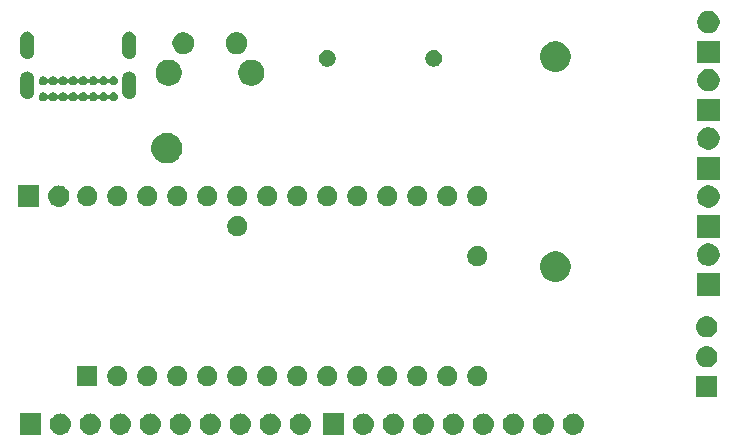
<source format=gbr>
G04 #@! TF.GenerationSoftware,KiCad,Pcbnew,5.0.2+dfsg1-1*
G04 #@! TF.CreationDate,2021-08-19T21:23:57+02:00*
G04 #@! TF.ProjectId,ergodox,6572676f-646f-4782-9e6b-696361645f70,rev?*
G04 #@! TF.SameCoordinates,Original*
G04 #@! TF.FileFunction,Soldermask,Bot*
G04 #@! TF.FilePolarity,Negative*
%FSLAX46Y46*%
G04 Gerber Fmt 4.6, Leading zero omitted, Abs format (unit mm)*
G04 Created by KiCad (PCBNEW 5.0.2+dfsg1-1) date jeu 19 aoû 2021 21:23:57 CEST*
%MOMM*%
%LPD*%
G01*
G04 APERTURE LIST*
%ADD10C,0.100000*%
G04 APERTURE END LIST*
D10*
G36*
X143620442Y-113659518D02*
X143686627Y-113666037D01*
X143799853Y-113700384D01*
X143856467Y-113717557D01*
X143995087Y-113791652D01*
X144012991Y-113801222D01*
X144048729Y-113830552D01*
X144150186Y-113913814D01*
X144233448Y-114015271D01*
X144262778Y-114051009D01*
X144262779Y-114051011D01*
X144346443Y-114207533D01*
X144346443Y-114207534D01*
X144397963Y-114377373D01*
X144415359Y-114554000D01*
X144397963Y-114730627D01*
X144363616Y-114843853D01*
X144346443Y-114900467D01*
X144272348Y-115039087D01*
X144262778Y-115056991D01*
X144233448Y-115092729D01*
X144150186Y-115194186D01*
X144048729Y-115277448D01*
X144012991Y-115306778D01*
X144012989Y-115306779D01*
X143856467Y-115390443D01*
X143799853Y-115407616D01*
X143686627Y-115441963D01*
X143620442Y-115448482D01*
X143554260Y-115455000D01*
X143465740Y-115455000D01*
X143399558Y-115448482D01*
X143333373Y-115441963D01*
X143220147Y-115407616D01*
X143163533Y-115390443D01*
X143007011Y-115306779D01*
X143007009Y-115306778D01*
X142971271Y-115277448D01*
X142869814Y-115194186D01*
X142786552Y-115092729D01*
X142757222Y-115056991D01*
X142747652Y-115039087D01*
X142673557Y-114900467D01*
X142656384Y-114843853D01*
X142622037Y-114730627D01*
X142604641Y-114554000D01*
X142622037Y-114377373D01*
X142673557Y-114207534D01*
X142673557Y-114207533D01*
X142757221Y-114051011D01*
X142757222Y-114051009D01*
X142786552Y-114015271D01*
X142869814Y-113913814D01*
X142971271Y-113830552D01*
X143007009Y-113801222D01*
X143024913Y-113791652D01*
X143163533Y-113717557D01*
X143220147Y-113700384D01*
X143333373Y-113666037D01*
X143399558Y-113659518D01*
X143465740Y-113653000D01*
X143554260Y-113653000D01*
X143620442Y-113659518D01*
X143620442Y-113659518D01*
G37*
G36*
X98437000Y-115455000D02*
X96635000Y-115455000D01*
X96635000Y-113653000D01*
X98437000Y-113653000D01*
X98437000Y-115455000D01*
X98437000Y-115455000D01*
G37*
G36*
X120506442Y-113659518D02*
X120572627Y-113666037D01*
X120685853Y-113700384D01*
X120742467Y-113717557D01*
X120881087Y-113791652D01*
X120898991Y-113801222D01*
X120934729Y-113830552D01*
X121036186Y-113913814D01*
X121119448Y-114015271D01*
X121148778Y-114051009D01*
X121148779Y-114051011D01*
X121232443Y-114207533D01*
X121232443Y-114207534D01*
X121283963Y-114377373D01*
X121301359Y-114554000D01*
X121283963Y-114730627D01*
X121249616Y-114843853D01*
X121232443Y-114900467D01*
X121158348Y-115039087D01*
X121148778Y-115056991D01*
X121119448Y-115092729D01*
X121036186Y-115194186D01*
X120934729Y-115277448D01*
X120898991Y-115306778D01*
X120898989Y-115306779D01*
X120742467Y-115390443D01*
X120685853Y-115407616D01*
X120572627Y-115441963D01*
X120506442Y-115448482D01*
X120440260Y-115455000D01*
X120351740Y-115455000D01*
X120285558Y-115448482D01*
X120219373Y-115441963D01*
X120106147Y-115407616D01*
X120049533Y-115390443D01*
X119893011Y-115306779D01*
X119893009Y-115306778D01*
X119857271Y-115277448D01*
X119755814Y-115194186D01*
X119672552Y-115092729D01*
X119643222Y-115056991D01*
X119633652Y-115039087D01*
X119559557Y-114900467D01*
X119542384Y-114843853D01*
X119508037Y-114730627D01*
X119490641Y-114554000D01*
X119508037Y-114377373D01*
X119559557Y-114207534D01*
X119559557Y-114207533D01*
X119643221Y-114051011D01*
X119643222Y-114051009D01*
X119672552Y-114015271D01*
X119755814Y-113913814D01*
X119857271Y-113830552D01*
X119893009Y-113801222D01*
X119910913Y-113791652D01*
X120049533Y-113717557D01*
X120106147Y-113700384D01*
X120219373Y-113666037D01*
X120285558Y-113659518D01*
X120351740Y-113653000D01*
X120440260Y-113653000D01*
X120506442Y-113659518D01*
X120506442Y-113659518D01*
G37*
G36*
X117966442Y-113659518D02*
X118032627Y-113666037D01*
X118145853Y-113700384D01*
X118202467Y-113717557D01*
X118341087Y-113791652D01*
X118358991Y-113801222D01*
X118394729Y-113830552D01*
X118496186Y-113913814D01*
X118579448Y-114015271D01*
X118608778Y-114051009D01*
X118608779Y-114051011D01*
X118692443Y-114207533D01*
X118692443Y-114207534D01*
X118743963Y-114377373D01*
X118761359Y-114554000D01*
X118743963Y-114730627D01*
X118709616Y-114843853D01*
X118692443Y-114900467D01*
X118618348Y-115039087D01*
X118608778Y-115056991D01*
X118579448Y-115092729D01*
X118496186Y-115194186D01*
X118394729Y-115277448D01*
X118358991Y-115306778D01*
X118358989Y-115306779D01*
X118202467Y-115390443D01*
X118145853Y-115407616D01*
X118032627Y-115441963D01*
X117966442Y-115448482D01*
X117900260Y-115455000D01*
X117811740Y-115455000D01*
X117745558Y-115448482D01*
X117679373Y-115441963D01*
X117566147Y-115407616D01*
X117509533Y-115390443D01*
X117353011Y-115306779D01*
X117353009Y-115306778D01*
X117317271Y-115277448D01*
X117215814Y-115194186D01*
X117132552Y-115092729D01*
X117103222Y-115056991D01*
X117093652Y-115039087D01*
X117019557Y-114900467D01*
X117002384Y-114843853D01*
X116968037Y-114730627D01*
X116950641Y-114554000D01*
X116968037Y-114377373D01*
X117019557Y-114207534D01*
X117019557Y-114207533D01*
X117103221Y-114051011D01*
X117103222Y-114051009D01*
X117132552Y-114015271D01*
X117215814Y-113913814D01*
X117317271Y-113830552D01*
X117353009Y-113801222D01*
X117370913Y-113791652D01*
X117509533Y-113717557D01*
X117566147Y-113700384D01*
X117679373Y-113666037D01*
X117745558Y-113659518D01*
X117811740Y-113653000D01*
X117900260Y-113653000D01*
X117966442Y-113659518D01*
X117966442Y-113659518D01*
G37*
G36*
X115426442Y-113659518D02*
X115492627Y-113666037D01*
X115605853Y-113700384D01*
X115662467Y-113717557D01*
X115801087Y-113791652D01*
X115818991Y-113801222D01*
X115854729Y-113830552D01*
X115956186Y-113913814D01*
X116039448Y-114015271D01*
X116068778Y-114051009D01*
X116068779Y-114051011D01*
X116152443Y-114207533D01*
X116152443Y-114207534D01*
X116203963Y-114377373D01*
X116221359Y-114554000D01*
X116203963Y-114730627D01*
X116169616Y-114843853D01*
X116152443Y-114900467D01*
X116078348Y-115039087D01*
X116068778Y-115056991D01*
X116039448Y-115092729D01*
X115956186Y-115194186D01*
X115854729Y-115277448D01*
X115818991Y-115306778D01*
X115818989Y-115306779D01*
X115662467Y-115390443D01*
X115605853Y-115407616D01*
X115492627Y-115441963D01*
X115426442Y-115448482D01*
X115360260Y-115455000D01*
X115271740Y-115455000D01*
X115205558Y-115448482D01*
X115139373Y-115441963D01*
X115026147Y-115407616D01*
X114969533Y-115390443D01*
X114813011Y-115306779D01*
X114813009Y-115306778D01*
X114777271Y-115277448D01*
X114675814Y-115194186D01*
X114592552Y-115092729D01*
X114563222Y-115056991D01*
X114553652Y-115039087D01*
X114479557Y-114900467D01*
X114462384Y-114843853D01*
X114428037Y-114730627D01*
X114410641Y-114554000D01*
X114428037Y-114377373D01*
X114479557Y-114207534D01*
X114479557Y-114207533D01*
X114563221Y-114051011D01*
X114563222Y-114051009D01*
X114592552Y-114015271D01*
X114675814Y-113913814D01*
X114777271Y-113830552D01*
X114813009Y-113801222D01*
X114830913Y-113791652D01*
X114969533Y-113717557D01*
X115026147Y-113700384D01*
X115139373Y-113666037D01*
X115205558Y-113659518D01*
X115271740Y-113653000D01*
X115360260Y-113653000D01*
X115426442Y-113659518D01*
X115426442Y-113659518D01*
G37*
G36*
X112886442Y-113659518D02*
X112952627Y-113666037D01*
X113065853Y-113700384D01*
X113122467Y-113717557D01*
X113261087Y-113791652D01*
X113278991Y-113801222D01*
X113314729Y-113830552D01*
X113416186Y-113913814D01*
X113499448Y-114015271D01*
X113528778Y-114051009D01*
X113528779Y-114051011D01*
X113612443Y-114207533D01*
X113612443Y-114207534D01*
X113663963Y-114377373D01*
X113681359Y-114554000D01*
X113663963Y-114730627D01*
X113629616Y-114843853D01*
X113612443Y-114900467D01*
X113538348Y-115039087D01*
X113528778Y-115056991D01*
X113499448Y-115092729D01*
X113416186Y-115194186D01*
X113314729Y-115277448D01*
X113278991Y-115306778D01*
X113278989Y-115306779D01*
X113122467Y-115390443D01*
X113065853Y-115407616D01*
X112952627Y-115441963D01*
X112886442Y-115448482D01*
X112820260Y-115455000D01*
X112731740Y-115455000D01*
X112665558Y-115448482D01*
X112599373Y-115441963D01*
X112486147Y-115407616D01*
X112429533Y-115390443D01*
X112273011Y-115306779D01*
X112273009Y-115306778D01*
X112237271Y-115277448D01*
X112135814Y-115194186D01*
X112052552Y-115092729D01*
X112023222Y-115056991D01*
X112013652Y-115039087D01*
X111939557Y-114900467D01*
X111922384Y-114843853D01*
X111888037Y-114730627D01*
X111870641Y-114554000D01*
X111888037Y-114377373D01*
X111939557Y-114207534D01*
X111939557Y-114207533D01*
X112023221Y-114051011D01*
X112023222Y-114051009D01*
X112052552Y-114015271D01*
X112135814Y-113913814D01*
X112237271Y-113830552D01*
X112273009Y-113801222D01*
X112290913Y-113791652D01*
X112429533Y-113717557D01*
X112486147Y-113700384D01*
X112599373Y-113666037D01*
X112665558Y-113659518D01*
X112731740Y-113653000D01*
X112820260Y-113653000D01*
X112886442Y-113659518D01*
X112886442Y-113659518D01*
G37*
G36*
X110346442Y-113659518D02*
X110412627Y-113666037D01*
X110525853Y-113700384D01*
X110582467Y-113717557D01*
X110721087Y-113791652D01*
X110738991Y-113801222D01*
X110774729Y-113830552D01*
X110876186Y-113913814D01*
X110959448Y-114015271D01*
X110988778Y-114051009D01*
X110988779Y-114051011D01*
X111072443Y-114207533D01*
X111072443Y-114207534D01*
X111123963Y-114377373D01*
X111141359Y-114554000D01*
X111123963Y-114730627D01*
X111089616Y-114843853D01*
X111072443Y-114900467D01*
X110998348Y-115039087D01*
X110988778Y-115056991D01*
X110959448Y-115092729D01*
X110876186Y-115194186D01*
X110774729Y-115277448D01*
X110738991Y-115306778D01*
X110738989Y-115306779D01*
X110582467Y-115390443D01*
X110525853Y-115407616D01*
X110412627Y-115441963D01*
X110346442Y-115448482D01*
X110280260Y-115455000D01*
X110191740Y-115455000D01*
X110125558Y-115448482D01*
X110059373Y-115441963D01*
X109946147Y-115407616D01*
X109889533Y-115390443D01*
X109733011Y-115306779D01*
X109733009Y-115306778D01*
X109697271Y-115277448D01*
X109595814Y-115194186D01*
X109512552Y-115092729D01*
X109483222Y-115056991D01*
X109473652Y-115039087D01*
X109399557Y-114900467D01*
X109382384Y-114843853D01*
X109348037Y-114730627D01*
X109330641Y-114554000D01*
X109348037Y-114377373D01*
X109399557Y-114207534D01*
X109399557Y-114207533D01*
X109483221Y-114051011D01*
X109483222Y-114051009D01*
X109512552Y-114015271D01*
X109595814Y-113913814D01*
X109697271Y-113830552D01*
X109733009Y-113801222D01*
X109750913Y-113791652D01*
X109889533Y-113717557D01*
X109946147Y-113700384D01*
X110059373Y-113666037D01*
X110125558Y-113659518D01*
X110191740Y-113653000D01*
X110280260Y-113653000D01*
X110346442Y-113659518D01*
X110346442Y-113659518D01*
G37*
G36*
X107806442Y-113659518D02*
X107872627Y-113666037D01*
X107985853Y-113700384D01*
X108042467Y-113717557D01*
X108181087Y-113791652D01*
X108198991Y-113801222D01*
X108234729Y-113830552D01*
X108336186Y-113913814D01*
X108419448Y-114015271D01*
X108448778Y-114051009D01*
X108448779Y-114051011D01*
X108532443Y-114207533D01*
X108532443Y-114207534D01*
X108583963Y-114377373D01*
X108601359Y-114554000D01*
X108583963Y-114730627D01*
X108549616Y-114843853D01*
X108532443Y-114900467D01*
X108458348Y-115039087D01*
X108448778Y-115056991D01*
X108419448Y-115092729D01*
X108336186Y-115194186D01*
X108234729Y-115277448D01*
X108198991Y-115306778D01*
X108198989Y-115306779D01*
X108042467Y-115390443D01*
X107985853Y-115407616D01*
X107872627Y-115441963D01*
X107806442Y-115448482D01*
X107740260Y-115455000D01*
X107651740Y-115455000D01*
X107585558Y-115448482D01*
X107519373Y-115441963D01*
X107406147Y-115407616D01*
X107349533Y-115390443D01*
X107193011Y-115306779D01*
X107193009Y-115306778D01*
X107157271Y-115277448D01*
X107055814Y-115194186D01*
X106972552Y-115092729D01*
X106943222Y-115056991D01*
X106933652Y-115039087D01*
X106859557Y-114900467D01*
X106842384Y-114843853D01*
X106808037Y-114730627D01*
X106790641Y-114554000D01*
X106808037Y-114377373D01*
X106859557Y-114207534D01*
X106859557Y-114207533D01*
X106943221Y-114051011D01*
X106943222Y-114051009D01*
X106972552Y-114015271D01*
X107055814Y-113913814D01*
X107157271Y-113830552D01*
X107193009Y-113801222D01*
X107210913Y-113791652D01*
X107349533Y-113717557D01*
X107406147Y-113700384D01*
X107519373Y-113666037D01*
X107585558Y-113659518D01*
X107651740Y-113653000D01*
X107740260Y-113653000D01*
X107806442Y-113659518D01*
X107806442Y-113659518D01*
G37*
G36*
X105266442Y-113659518D02*
X105332627Y-113666037D01*
X105445853Y-113700384D01*
X105502467Y-113717557D01*
X105641087Y-113791652D01*
X105658991Y-113801222D01*
X105694729Y-113830552D01*
X105796186Y-113913814D01*
X105879448Y-114015271D01*
X105908778Y-114051009D01*
X105908779Y-114051011D01*
X105992443Y-114207533D01*
X105992443Y-114207534D01*
X106043963Y-114377373D01*
X106061359Y-114554000D01*
X106043963Y-114730627D01*
X106009616Y-114843853D01*
X105992443Y-114900467D01*
X105918348Y-115039087D01*
X105908778Y-115056991D01*
X105879448Y-115092729D01*
X105796186Y-115194186D01*
X105694729Y-115277448D01*
X105658991Y-115306778D01*
X105658989Y-115306779D01*
X105502467Y-115390443D01*
X105445853Y-115407616D01*
X105332627Y-115441963D01*
X105266442Y-115448482D01*
X105200260Y-115455000D01*
X105111740Y-115455000D01*
X105045558Y-115448482D01*
X104979373Y-115441963D01*
X104866147Y-115407616D01*
X104809533Y-115390443D01*
X104653011Y-115306779D01*
X104653009Y-115306778D01*
X104617271Y-115277448D01*
X104515814Y-115194186D01*
X104432552Y-115092729D01*
X104403222Y-115056991D01*
X104393652Y-115039087D01*
X104319557Y-114900467D01*
X104302384Y-114843853D01*
X104268037Y-114730627D01*
X104250641Y-114554000D01*
X104268037Y-114377373D01*
X104319557Y-114207534D01*
X104319557Y-114207533D01*
X104403221Y-114051011D01*
X104403222Y-114051009D01*
X104432552Y-114015271D01*
X104515814Y-113913814D01*
X104617271Y-113830552D01*
X104653009Y-113801222D01*
X104670913Y-113791652D01*
X104809533Y-113717557D01*
X104866147Y-113700384D01*
X104979373Y-113666037D01*
X105045558Y-113659518D01*
X105111740Y-113653000D01*
X105200260Y-113653000D01*
X105266442Y-113659518D01*
X105266442Y-113659518D01*
G37*
G36*
X102726442Y-113659518D02*
X102792627Y-113666037D01*
X102905853Y-113700384D01*
X102962467Y-113717557D01*
X103101087Y-113791652D01*
X103118991Y-113801222D01*
X103154729Y-113830552D01*
X103256186Y-113913814D01*
X103339448Y-114015271D01*
X103368778Y-114051009D01*
X103368779Y-114051011D01*
X103452443Y-114207533D01*
X103452443Y-114207534D01*
X103503963Y-114377373D01*
X103521359Y-114554000D01*
X103503963Y-114730627D01*
X103469616Y-114843853D01*
X103452443Y-114900467D01*
X103378348Y-115039087D01*
X103368778Y-115056991D01*
X103339448Y-115092729D01*
X103256186Y-115194186D01*
X103154729Y-115277448D01*
X103118991Y-115306778D01*
X103118989Y-115306779D01*
X102962467Y-115390443D01*
X102905853Y-115407616D01*
X102792627Y-115441963D01*
X102726442Y-115448482D01*
X102660260Y-115455000D01*
X102571740Y-115455000D01*
X102505558Y-115448482D01*
X102439373Y-115441963D01*
X102326147Y-115407616D01*
X102269533Y-115390443D01*
X102113011Y-115306779D01*
X102113009Y-115306778D01*
X102077271Y-115277448D01*
X101975814Y-115194186D01*
X101892552Y-115092729D01*
X101863222Y-115056991D01*
X101853652Y-115039087D01*
X101779557Y-114900467D01*
X101762384Y-114843853D01*
X101728037Y-114730627D01*
X101710641Y-114554000D01*
X101728037Y-114377373D01*
X101779557Y-114207534D01*
X101779557Y-114207533D01*
X101863221Y-114051011D01*
X101863222Y-114051009D01*
X101892552Y-114015271D01*
X101975814Y-113913814D01*
X102077271Y-113830552D01*
X102113009Y-113801222D01*
X102130913Y-113791652D01*
X102269533Y-113717557D01*
X102326147Y-113700384D01*
X102439373Y-113666037D01*
X102505558Y-113659518D01*
X102571740Y-113653000D01*
X102660260Y-113653000D01*
X102726442Y-113659518D01*
X102726442Y-113659518D01*
G37*
G36*
X141080442Y-113659518D02*
X141146627Y-113666037D01*
X141259853Y-113700384D01*
X141316467Y-113717557D01*
X141455087Y-113791652D01*
X141472991Y-113801222D01*
X141508729Y-113830552D01*
X141610186Y-113913814D01*
X141693448Y-114015271D01*
X141722778Y-114051009D01*
X141722779Y-114051011D01*
X141806443Y-114207533D01*
X141806443Y-114207534D01*
X141857963Y-114377373D01*
X141875359Y-114554000D01*
X141857963Y-114730627D01*
X141823616Y-114843853D01*
X141806443Y-114900467D01*
X141732348Y-115039087D01*
X141722778Y-115056991D01*
X141693448Y-115092729D01*
X141610186Y-115194186D01*
X141508729Y-115277448D01*
X141472991Y-115306778D01*
X141472989Y-115306779D01*
X141316467Y-115390443D01*
X141259853Y-115407616D01*
X141146627Y-115441963D01*
X141080442Y-115448482D01*
X141014260Y-115455000D01*
X140925740Y-115455000D01*
X140859558Y-115448482D01*
X140793373Y-115441963D01*
X140680147Y-115407616D01*
X140623533Y-115390443D01*
X140467011Y-115306779D01*
X140467009Y-115306778D01*
X140431271Y-115277448D01*
X140329814Y-115194186D01*
X140246552Y-115092729D01*
X140217222Y-115056991D01*
X140207652Y-115039087D01*
X140133557Y-114900467D01*
X140116384Y-114843853D01*
X140082037Y-114730627D01*
X140064641Y-114554000D01*
X140082037Y-114377373D01*
X140133557Y-114207534D01*
X140133557Y-114207533D01*
X140217221Y-114051011D01*
X140217222Y-114051009D01*
X140246552Y-114015271D01*
X140329814Y-113913814D01*
X140431271Y-113830552D01*
X140467009Y-113801222D01*
X140484913Y-113791652D01*
X140623533Y-113717557D01*
X140680147Y-113700384D01*
X140793373Y-113666037D01*
X140859558Y-113659518D01*
X140925740Y-113653000D01*
X141014260Y-113653000D01*
X141080442Y-113659518D01*
X141080442Y-113659518D01*
G37*
G36*
X124091000Y-115455000D02*
X122289000Y-115455000D01*
X122289000Y-113653000D01*
X124091000Y-113653000D01*
X124091000Y-115455000D01*
X124091000Y-115455000D01*
G37*
G36*
X125840442Y-113659518D02*
X125906627Y-113666037D01*
X126019853Y-113700384D01*
X126076467Y-113717557D01*
X126215087Y-113791652D01*
X126232991Y-113801222D01*
X126268729Y-113830552D01*
X126370186Y-113913814D01*
X126453448Y-114015271D01*
X126482778Y-114051009D01*
X126482779Y-114051011D01*
X126566443Y-114207533D01*
X126566443Y-114207534D01*
X126617963Y-114377373D01*
X126635359Y-114554000D01*
X126617963Y-114730627D01*
X126583616Y-114843853D01*
X126566443Y-114900467D01*
X126492348Y-115039087D01*
X126482778Y-115056991D01*
X126453448Y-115092729D01*
X126370186Y-115194186D01*
X126268729Y-115277448D01*
X126232991Y-115306778D01*
X126232989Y-115306779D01*
X126076467Y-115390443D01*
X126019853Y-115407616D01*
X125906627Y-115441963D01*
X125840442Y-115448482D01*
X125774260Y-115455000D01*
X125685740Y-115455000D01*
X125619558Y-115448482D01*
X125553373Y-115441963D01*
X125440147Y-115407616D01*
X125383533Y-115390443D01*
X125227011Y-115306779D01*
X125227009Y-115306778D01*
X125191271Y-115277448D01*
X125089814Y-115194186D01*
X125006552Y-115092729D01*
X124977222Y-115056991D01*
X124967652Y-115039087D01*
X124893557Y-114900467D01*
X124876384Y-114843853D01*
X124842037Y-114730627D01*
X124824641Y-114554000D01*
X124842037Y-114377373D01*
X124893557Y-114207534D01*
X124893557Y-114207533D01*
X124977221Y-114051011D01*
X124977222Y-114051009D01*
X125006552Y-114015271D01*
X125089814Y-113913814D01*
X125191271Y-113830552D01*
X125227009Y-113801222D01*
X125244913Y-113791652D01*
X125383533Y-113717557D01*
X125440147Y-113700384D01*
X125553373Y-113666037D01*
X125619558Y-113659518D01*
X125685740Y-113653000D01*
X125774260Y-113653000D01*
X125840442Y-113659518D01*
X125840442Y-113659518D01*
G37*
G36*
X128380442Y-113659518D02*
X128446627Y-113666037D01*
X128559853Y-113700384D01*
X128616467Y-113717557D01*
X128755087Y-113791652D01*
X128772991Y-113801222D01*
X128808729Y-113830552D01*
X128910186Y-113913814D01*
X128993448Y-114015271D01*
X129022778Y-114051009D01*
X129022779Y-114051011D01*
X129106443Y-114207533D01*
X129106443Y-114207534D01*
X129157963Y-114377373D01*
X129175359Y-114554000D01*
X129157963Y-114730627D01*
X129123616Y-114843853D01*
X129106443Y-114900467D01*
X129032348Y-115039087D01*
X129022778Y-115056991D01*
X128993448Y-115092729D01*
X128910186Y-115194186D01*
X128808729Y-115277448D01*
X128772991Y-115306778D01*
X128772989Y-115306779D01*
X128616467Y-115390443D01*
X128559853Y-115407616D01*
X128446627Y-115441963D01*
X128380442Y-115448482D01*
X128314260Y-115455000D01*
X128225740Y-115455000D01*
X128159558Y-115448482D01*
X128093373Y-115441963D01*
X127980147Y-115407616D01*
X127923533Y-115390443D01*
X127767011Y-115306779D01*
X127767009Y-115306778D01*
X127731271Y-115277448D01*
X127629814Y-115194186D01*
X127546552Y-115092729D01*
X127517222Y-115056991D01*
X127507652Y-115039087D01*
X127433557Y-114900467D01*
X127416384Y-114843853D01*
X127382037Y-114730627D01*
X127364641Y-114554000D01*
X127382037Y-114377373D01*
X127433557Y-114207534D01*
X127433557Y-114207533D01*
X127517221Y-114051011D01*
X127517222Y-114051009D01*
X127546552Y-114015271D01*
X127629814Y-113913814D01*
X127731271Y-113830552D01*
X127767009Y-113801222D01*
X127784913Y-113791652D01*
X127923533Y-113717557D01*
X127980147Y-113700384D01*
X128093373Y-113666037D01*
X128159558Y-113659518D01*
X128225740Y-113653000D01*
X128314260Y-113653000D01*
X128380442Y-113659518D01*
X128380442Y-113659518D01*
G37*
G36*
X130920442Y-113659518D02*
X130986627Y-113666037D01*
X131099853Y-113700384D01*
X131156467Y-113717557D01*
X131295087Y-113791652D01*
X131312991Y-113801222D01*
X131348729Y-113830552D01*
X131450186Y-113913814D01*
X131533448Y-114015271D01*
X131562778Y-114051009D01*
X131562779Y-114051011D01*
X131646443Y-114207533D01*
X131646443Y-114207534D01*
X131697963Y-114377373D01*
X131715359Y-114554000D01*
X131697963Y-114730627D01*
X131663616Y-114843853D01*
X131646443Y-114900467D01*
X131572348Y-115039087D01*
X131562778Y-115056991D01*
X131533448Y-115092729D01*
X131450186Y-115194186D01*
X131348729Y-115277448D01*
X131312991Y-115306778D01*
X131312989Y-115306779D01*
X131156467Y-115390443D01*
X131099853Y-115407616D01*
X130986627Y-115441963D01*
X130920442Y-115448482D01*
X130854260Y-115455000D01*
X130765740Y-115455000D01*
X130699558Y-115448482D01*
X130633373Y-115441963D01*
X130520147Y-115407616D01*
X130463533Y-115390443D01*
X130307011Y-115306779D01*
X130307009Y-115306778D01*
X130271271Y-115277448D01*
X130169814Y-115194186D01*
X130086552Y-115092729D01*
X130057222Y-115056991D01*
X130047652Y-115039087D01*
X129973557Y-114900467D01*
X129956384Y-114843853D01*
X129922037Y-114730627D01*
X129904641Y-114554000D01*
X129922037Y-114377373D01*
X129973557Y-114207534D01*
X129973557Y-114207533D01*
X130057221Y-114051011D01*
X130057222Y-114051009D01*
X130086552Y-114015271D01*
X130169814Y-113913814D01*
X130271271Y-113830552D01*
X130307009Y-113801222D01*
X130324913Y-113791652D01*
X130463533Y-113717557D01*
X130520147Y-113700384D01*
X130633373Y-113666037D01*
X130699558Y-113659518D01*
X130765740Y-113653000D01*
X130854260Y-113653000D01*
X130920442Y-113659518D01*
X130920442Y-113659518D01*
G37*
G36*
X133460442Y-113659518D02*
X133526627Y-113666037D01*
X133639853Y-113700384D01*
X133696467Y-113717557D01*
X133835087Y-113791652D01*
X133852991Y-113801222D01*
X133888729Y-113830552D01*
X133990186Y-113913814D01*
X134073448Y-114015271D01*
X134102778Y-114051009D01*
X134102779Y-114051011D01*
X134186443Y-114207533D01*
X134186443Y-114207534D01*
X134237963Y-114377373D01*
X134255359Y-114554000D01*
X134237963Y-114730627D01*
X134203616Y-114843853D01*
X134186443Y-114900467D01*
X134112348Y-115039087D01*
X134102778Y-115056991D01*
X134073448Y-115092729D01*
X133990186Y-115194186D01*
X133888729Y-115277448D01*
X133852991Y-115306778D01*
X133852989Y-115306779D01*
X133696467Y-115390443D01*
X133639853Y-115407616D01*
X133526627Y-115441963D01*
X133460442Y-115448482D01*
X133394260Y-115455000D01*
X133305740Y-115455000D01*
X133239558Y-115448482D01*
X133173373Y-115441963D01*
X133060147Y-115407616D01*
X133003533Y-115390443D01*
X132847011Y-115306779D01*
X132847009Y-115306778D01*
X132811271Y-115277448D01*
X132709814Y-115194186D01*
X132626552Y-115092729D01*
X132597222Y-115056991D01*
X132587652Y-115039087D01*
X132513557Y-114900467D01*
X132496384Y-114843853D01*
X132462037Y-114730627D01*
X132444641Y-114554000D01*
X132462037Y-114377373D01*
X132513557Y-114207534D01*
X132513557Y-114207533D01*
X132597221Y-114051011D01*
X132597222Y-114051009D01*
X132626552Y-114015271D01*
X132709814Y-113913814D01*
X132811271Y-113830552D01*
X132847009Y-113801222D01*
X132864913Y-113791652D01*
X133003533Y-113717557D01*
X133060147Y-113700384D01*
X133173373Y-113666037D01*
X133239558Y-113659518D01*
X133305740Y-113653000D01*
X133394260Y-113653000D01*
X133460442Y-113659518D01*
X133460442Y-113659518D01*
G37*
G36*
X136000442Y-113659518D02*
X136066627Y-113666037D01*
X136179853Y-113700384D01*
X136236467Y-113717557D01*
X136375087Y-113791652D01*
X136392991Y-113801222D01*
X136428729Y-113830552D01*
X136530186Y-113913814D01*
X136613448Y-114015271D01*
X136642778Y-114051009D01*
X136642779Y-114051011D01*
X136726443Y-114207533D01*
X136726443Y-114207534D01*
X136777963Y-114377373D01*
X136795359Y-114554000D01*
X136777963Y-114730627D01*
X136743616Y-114843853D01*
X136726443Y-114900467D01*
X136652348Y-115039087D01*
X136642778Y-115056991D01*
X136613448Y-115092729D01*
X136530186Y-115194186D01*
X136428729Y-115277448D01*
X136392991Y-115306778D01*
X136392989Y-115306779D01*
X136236467Y-115390443D01*
X136179853Y-115407616D01*
X136066627Y-115441963D01*
X136000442Y-115448482D01*
X135934260Y-115455000D01*
X135845740Y-115455000D01*
X135779558Y-115448482D01*
X135713373Y-115441963D01*
X135600147Y-115407616D01*
X135543533Y-115390443D01*
X135387011Y-115306779D01*
X135387009Y-115306778D01*
X135351271Y-115277448D01*
X135249814Y-115194186D01*
X135166552Y-115092729D01*
X135137222Y-115056991D01*
X135127652Y-115039087D01*
X135053557Y-114900467D01*
X135036384Y-114843853D01*
X135002037Y-114730627D01*
X134984641Y-114554000D01*
X135002037Y-114377373D01*
X135053557Y-114207534D01*
X135053557Y-114207533D01*
X135137221Y-114051011D01*
X135137222Y-114051009D01*
X135166552Y-114015271D01*
X135249814Y-113913814D01*
X135351271Y-113830552D01*
X135387009Y-113801222D01*
X135404913Y-113791652D01*
X135543533Y-113717557D01*
X135600147Y-113700384D01*
X135713373Y-113666037D01*
X135779558Y-113659518D01*
X135845740Y-113653000D01*
X135934260Y-113653000D01*
X136000442Y-113659518D01*
X136000442Y-113659518D01*
G37*
G36*
X138540442Y-113659518D02*
X138606627Y-113666037D01*
X138719853Y-113700384D01*
X138776467Y-113717557D01*
X138915087Y-113791652D01*
X138932991Y-113801222D01*
X138968729Y-113830552D01*
X139070186Y-113913814D01*
X139153448Y-114015271D01*
X139182778Y-114051009D01*
X139182779Y-114051011D01*
X139266443Y-114207533D01*
X139266443Y-114207534D01*
X139317963Y-114377373D01*
X139335359Y-114554000D01*
X139317963Y-114730627D01*
X139283616Y-114843853D01*
X139266443Y-114900467D01*
X139192348Y-115039087D01*
X139182778Y-115056991D01*
X139153448Y-115092729D01*
X139070186Y-115194186D01*
X138968729Y-115277448D01*
X138932991Y-115306778D01*
X138932989Y-115306779D01*
X138776467Y-115390443D01*
X138719853Y-115407616D01*
X138606627Y-115441963D01*
X138540442Y-115448482D01*
X138474260Y-115455000D01*
X138385740Y-115455000D01*
X138319558Y-115448482D01*
X138253373Y-115441963D01*
X138140147Y-115407616D01*
X138083533Y-115390443D01*
X137927011Y-115306779D01*
X137927009Y-115306778D01*
X137891271Y-115277448D01*
X137789814Y-115194186D01*
X137706552Y-115092729D01*
X137677222Y-115056991D01*
X137667652Y-115039087D01*
X137593557Y-114900467D01*
X137576384Y-114843853D01*
X137542037Y-114730627D01*
X137524641Y-114554000D01*
X137542037Y-114377373D01*
X137593557Y-114207534D01*
X137593557Y-114207533D01*
X137677221Y-114051011D01*
X137677222Y-114051009D01*
X137706552Y-114015271D01*
X137789814Y-113913814D01*
X137891271Y-113830552D01*
X137927009Y-113801222D01*
X137944913Y-113791652D01*
X138083533Y-113717557D01*
X138140147Y-113700384D01*
X138253373Y-113666037D01*
X138319558Y-113659518D01*
X138385740Y-113653000D01*
X138474260Y-113653000D01*
X138540442Y-113659518D01*
X138540442Y-113659518D01*
G37*
G36*
X100186442Y-113659518D02*
X100252627Y-113666037D01*
X100365853Y-113700384D01*
X100422467Y-113717557D01*
X100561087Y-113791652D01*
X100578991Y-113801222D01*
X100614729Y-113830552D01*
X100716186Y-113913814D01*
X100799448Y-114015271D01*
X100828778Y-114051009D01*
X100828779Y-114051011D01*
X100912443Y-114207533D01*
X100912443Y-114207534D01*
X100963963Y-114377373D01*
X100981359Y-114554000D01*
X100963963Y-114730627D01*
X100929616Y-114843853D01*
X100912443Y-114900467D01*
X100838348Y-115039087D01*
X100828778Y-115056991D01*
X100799448Y-115092729D01*
X100716186Y-115194186D01*
X100614729Y-115277448D01*
X100578991Y-115306778D01*
X100578989Y-115306779D01*
X100422467Y-115390443D01*
X100365853Y-115407616D01*
X100252627Y-115441963D01*
X100186442Y-115448482D01*
X100120260Y-115455000D01*
X100031740Y-115455000D01*
X99965558Y-115448482D01*
X99899373Y-115441963D01*
X99786147Y-115407616D01*
X99729533Y-115390443D01*
X99573011Y-115306779D01*
X99573009Y-115306778D01*
X99537271Y-115277448D01*
X99435814Y-115194186D01*
X99352552Y-115092729D01*
X99323222Y-115056991D01*
X99313652Y-115039087D01*
X99239557Y-114900467D01*
X99222384Y-114843853D01*
X99188037Y-114730627D01*
X99170641Y-114554000D01*
X99188037Y-114377373D01*
X99239557Y-114207534D01*
X99239557Y-114207533D01*
X99323221Y-114051011D01*
X99323222Y-114051009D01*
X99352552Y-114015271D01*
X99435814Y-113913814D01*
X99537271Y-113830552D01*
X99573009Y-113801222D01*
X99590913Y-113791652D01*
X99729533Y-113717557D01*
X99786147Y-113700384D01*
X99899373Y-113666037D01*
X99965558Y-113659518D01*
X100031740Y-113653000D01*
X100120260Y-113653000D01*
X100186442Y-113659518D01*
X100186442Y-113659518D01*
G37*
G36*
X155714000Y-112280000D02*
X153912000Y-112280000D01*
X153912000Y-110478000D01*
X155714000Y-110478000D01*
X155714000Y-112280000D01*
X155714000Y-112280000D01*
G37*
G36*
X122930228Y-109671703D02*
X123085100Y-109735853D01*
X123224481Y-109828985D01*
X123343015Y-109947519D01*
X123436147Y-110086900D01*
X123500297Y-110241772D01*
X123533000Y-110406184D01*
X123533000Y-110573816D01*
X123500297Y-110738228D01*
X123436147Y-110893100D01*
X123343015Y-111032481D01*
X123224481Y-111151015D01*
X123085100Y-111244147D01*
X122930228Y-111308297D01*
X122765816Y-111341000D01*
X122598184Y-111341000D01*
X122433772Y-111308297D01*
X122278900Y-111244147D01*
X122139519Y-111151015D01*
X122020985Y-111032481D01*
X121927853Y-110893100D01*
X121863703Y-110738228D01*
X121831000Y-110573816D01*
X121831000Y-110406184D01*
X121863703Y-110241772D01*
X121927853Y-110086900D01*
X122020985Y-109947519D01*
X122139519Y-109828985D01*
X122278900Y-109735853D01*
X122433772Y-109671703D01*
X122598184Y-109639000D01*
X122765816Y-109639000D01*
X122930228Y-109671703D01*
X122930228Y-109671703D01*
G37*
G36*
X103213000Y-111341000D02*
X101511000Y-111341000D01*
X101511000Y-109639000D01*
X103213000Y-109639000D01*
X103213000Y-111341000D01*
X103213000Y-111341000D01*
G37*
G36*
X105150228Y-109671703D02*
X105305100Y-109735853D01*
X105444481Y-109828985D01*
X105563015Y-109947519D01*
X105656147Y-110086900D01*
X105720297Y-110241772D01*
X105753000Y-110406184D01*
X105753000Y-110573816D01*
X105720297Y-110738228D01*
X105656147Y-110893100D01*
X105563015Y-111032481D01*
X105444481Y-111151015D01*
X105305100Y-111244147D01*
X105150228Y-111308297D01*
X104985816Y-111341000D01*
X104818184Y-111341000D01*
X104653772Y-111308297D01*
X104498900Y-111244147D01*
X104359519Y-111151015D01*
X104240985Y-111032481D01*
X104147853Y-110893100D01*
X104083703Y-110738228D01*
X104051000Y-110573816D01*
X104051000Y-110406184D01*
X104083703Y-110241772D01*
X104147853Y-110086900D01*
X104240985Y-109947519D01*
X104359519Y-109828985D01*
X104498900Y-109735853D01*
X104653772Y-109671703D01*
X104818184Y-109639000D01*
X104985816Y-109639000D01*
X105150228Y-109671703D01*
X105150228Y-109671703D01*
G37*
G36*
X107690228Y-109671703D02*
X107845100Y-109735853D01*
X107984481Y-109828985D01*
X108103015Y-109947519D01*
X108196147Y-110086900D01*
X108260297Y-110241772D01*
X108293000Y-110406184D01*
X108293000Y-110573816D01*
X108260297Y-110738228D01*
X108196147Y-110893100D01*
X108103015Y-111032481D01*
X107984481Y-111151015D01*
X107845100Y-111244147D01*
X107690228Y-111308297D01*
X107525816Y-111341000D01*
X107358184Y-111341000D01*
X107193772Y-111308297D01*
X107038900Y-111244147D01*
X106899519Y-111151015D01*
X106780985Y-111032481D01*
X106687853Y-110893100D01*
X106623703Y-110738228D01*
X106591000Y-110573816D01*
X106591000Y-110406184D01*
X106623703Y-110241772D01*
X106687853Y-110086900D01*
X106780985Y-109947519D01*
X106899519Y-109828985D01*
X107038900Y-109735853D01*
X107193772Y-109671703D01*
X107358184Y-109639000D01*
X107525816Y-109639000D01*
X107690228Y-109671703D01*
X107690228Y-109671703D01*
G37*
G36*
X110230228Y-109671703D02*
X110385100Y-109735853D01*
X110524481Y-109828985D01*
X110643015Y-109947519D01*
X110736147Y-110086900D01*
X110800297Y-110241772D01*
X110833000Y-110406184D01*
X110833000Y-110573816D01*
X110800297Y-110738228D01*
X110736147Y-110893100D01*
X110643015Y-111032481D01*
X110524481Y-111151015D01*
X110385100Y-111244147D01*
X110230228Y-111308297D01*
X110065816Y-111341000D01*
X109898184Y-111341000D01*
X109733772Y-111308297D01*
X109578900Y-111244147D01*
X109439519Y-111151015D01*
X109320985Y-111032481D01*
X109227853Y-110893100D01*
X109163703Y-110738228D01*
X109131000Y-110573816D01*
X109131000Y-110406184D01*
X109163703Y-110241772D01*
X109227853Y-110086900D01*
X109320985Y-109947519D01*
X109439519Y-109828985D01*
X109578900Y-109735853D01*
X109733772Y-109671703D01*
X109898184Y-109639000D01*
X110065816Y-109639000D01*
X110230228Y-109671703D01*
X110230228Y-109671703D01*
G37*
G36*
X112770228Y-109671703D02*
X112925100Y-109735853D01*
X113064481Y-109828985D01*
X113183015Y-109947519D01*
X113276147Y-110086900D01*
X113340297Y-110241772D01*
X113373000Y-110406184D01*
X113373000Y-110573816D01*
X113340297Y-110738228D01*
X113276147Y-110893100D01*
X113183015Y-111032481D01*
X113064481Y-111151015D01*
X112925100Y-111244147D01*
X112770228Y-111308297D01*
X112605816Y-111341000D01*
X112438184Y-111341000D01*
X112273772Y-111308297D01*
X112118900Y-111244147D01*
X111979519Y-111151015D01*
X111860985Y-111032481D01*
X111767853Y-110893100D01*
X111703703Y-110738228D01*
X111671000Y-110573816D01*
X111671000Y-110406184D01*
X111703703Y-110241772D01*
X111767853Y-110086900D01*
X111860985Y-109947519D01*
X111979519Y-109828985D01*
X112118900Y-109735853D01*
X112273772Y-109671703D01*
X112438184Y-109639000D01*
X112605816Y-109639000D01*
X112770228Y-109671703D01*
X112770228Y-109671703D01*
G37*
G36*
X115310228Y-109671703D02*
X115465100Y-109735853D01*
X115604481Y-109828985D01*
X115723015Y-109947519D01*
X115816147Y-110086900D01*
X115880297Y-110241772D01*
X115913000Y-110406184D01*
X115913000Y-110573816D01*
X115880297Y-110738228D01*
X115816147Y-110893100D01*
X115723015Y-111032481D01*
X115604481Y-111151015D01*
X115465100Y-111244147D01*
X115310228Y-111308297D01*
X115145816Y-111341000D01*
X114978184Y-111341000D01*
X114813772Y-111308297D01*
X114658900Y-111244147D01*
X114519519Y-111151015D01*
X114400985Y-111032481D01*
X114307853Y-110893100D01*
X114243703Y-110738228D01*
X114211000Y-110573816D01*
X114211000Y-110406184D01*
X114243703Y-110241772D01*
X114307853Y-110086900D01*
X114400985Y-109947519D01*
X114519519Y-109828985D01*
X114658900Y-109735853D01*
X114813772Y-109671703D01*
X114978184Y-109639000D01*
X115145816Y-109639000D01*
X115310228Y-109671703D01*
X115310228Y-109671703D01*
G37*
G36*
X117850228Y-109671703D02*
X118005100Y-109735853D01*
X118144481Y-109828985D01*
X118263015Y-109947519D01*
X118356147Y-110086900D01*
X118420297Y-110241772D01*
X118453000Y-110406184D01*
X118453000Y-110573816D01*
X118420297Y-110738228D01*
X118356147Y-110893100D01*
X118263015Y-111032481D01*
X118144481Y-111151015D01*
X118005100Y-111244147D01*
X117850228Y-111308297D01*
X117685816Y-111341000D01*
X117518184Y-111341000D01*
X117353772Y-111308297D01*
X117198900Y-111244147D01*
X117059519Y-111151015D01*
X116940985Y-111032481D01*
X116847853Y-110893100D01*
X116783703Y-110738228D01*
X116751000Y-110573816D01*
X116751000Y-110406184D01*
X116783703Y-110241772D01*
X116847853Y-110086900D01*
X116940985Y-109947519D01*
X117059519Y-109828985D01*
X117198900Y-109735853D01*
X117353772Y-109671703D01*
X117518184Y-109639000D01*
X117685816Y-109639000D01*
X117850228Y-109671703D01*
X117850228Y-109671703D01*
G37*
G36*
X125470228Y-109671703D02*
X125625100Y-109735853D01*
X125764481Y-109828985D01*
X125883015Y-109947519D01*
X125976147Y-110086900D01*
X126040297Y-110241772D01*
X126073000Y-110406184D01*
X126073000Y-110573816D01*
X126040297Y-110738228D01*
X125976147Y-110893100D01*
X125883015Y-111032481D01*
X125764481Y-111151015D01*
X125625100Y-111244147D01*
X125470228Y-111308297D01*
X125305816Y-111341000D01*
X125138184Y-111341000D01*
X124973772Y-111308297D01*
X124818900Y-111244147D01*
X124679519Y-111151015D01*
X124560985Y-111032481D01*
X124467853Y-110893100D01*
X124403703Y-110738228D01*
X124371000Y-110573816D01*
X124371000Y-110406184D01*
X124403703Y-110241772D01*
X124467853Y-110086900D01*
X124560985Y-109947519D01*
X124679519Y-109828985D01*
X124818900Y-109735853D01*
X124973772Y-109671703D01*
X125138184Y-109639000D01*
X125305816Y-109639000D01*
X125470228Y-109671703D01*
X125470228Y-109671703D01*
G37*
G36*
X128010228Y-109671703D02*
X128165100Y-109735853D01*
X128304481Y-109828985D01*
X128423015Y-109947519D01*
X128516147Y-110086900D01*
X128580297Y-110241772D01*
X128613000Y-110406184D01*
X128613000Y-110573816D01*
X128580297Y-110738228D01*
X128516147Y-110893100D01*
X128423015Y-111032481D01*
X128304481Y-111151015D01*
X128165100Y-111244147D01*
X128010228Y-111308297D01*
X127845816Y-111341000D01*
X127678184Y-111341000D01*
X127513772Y-111308297D01*
X127358900Y-111244147D01*
X127219519Y-111151015D01*
X127100985Y-111032481D01*
X127007853Y-110893100D01*
X126943703Y-110738228D01*
X126911000Y-110573816D01*
X126911000Y-110406184D01*
X126943703Y-110241772D01*
X127007853Y-110086900D01*
X127100985Y-109947519D01*
X127219519Y-109828985D01*
X127358900Y-109735853D01*
X127513772Y-109671703D01*
X127678184Y-109639000D01*
X127845816Y-109639000D01*
X128010228Y-109671703D01*
X128010228Y-109671703D01*
G37*
G36*
X130550228Y-109671703D02*
X130705100Y-109735853D01*
X130844481Y-109828985D01*
X130963015Y-109947519D01*
X131056147Y-110086900D01*
X131120297Y-110241772D01*
X131153000Y-110406184D01*
X131153000Y-110573816D01*
X131120297Y-110738228D01*
X131056147Y-110893100D01*
X130963015Y-111032481D01*
X130844481Y-111151015D01*
X130705100Y-111244147D01*
X130550228Y-111308297D01*
X130385816Y-111341000D01*
X130218184Y-111341000D01*
X130053772Y-111308297D01*
X129898900Y-111244147D01*
X129759519Y-111151015D01*
X129640985Y-111032481D01*
X129547853Y-110893100D01*
X129483703Y-110738228D01*
X129451000Y-110573816D01*
X129451000Y-110406184D01*
X129483703Y-110241772D01*
X129547853Y-110086900D01*
X129640985Y-109947519D01*
X129759519Y-109828985D01*
X129898900Y-109735853D01*
X130053772Y-109671703D01*
X130218184Y-109639000D01*
X130385816Y-109639000D01*
X130550228Y-109671703D01*
X130550228Y-109671703D01*
G37*
G36*
X135630228Y-109671703D02*
X135785100Y-109735853D01*
X135924481Y-109828985D01*
X136043015Y-109947519D01*
X136136147Y-110086900D01*
X136200297Y-110241772D01*
X136233000Y-110406184D01*
X136233000Y-110573816D01*
X136200297Y-110738228D01*
X136136147Y-110893100D01*
X136043015Y-111032481D01*
X135924481Y-111151015D01*
X135785100Y-111244147D01*
X135630228Y-111308297D01*
X135465816Y-111341000D01*
X135298184Y-111341000D01*
X135133772Y-111308297D01*
X134978900Y-111244147D01*
X134839519Y-111151015D01*
X134720985Y-111032481D01*
X134627853Y-110893100D01*
X134563703Y-110738228D01*
X134531000Y-110573816D01*
X134531000Y-110406184D01*
X134563703Y-110241772D01*
X134627853Y-110086900D01*
X134720985Y-109947519D01*
X134839519Y-109828985D01*
X134978900Y-109735853D01*
X135133772Y-109671703D01*
X135298184Y-109639000D01*
X135465816Y-109639000D01*
X135630228Y-109671703D01*
X135630228Y-109671703D01*
G37*
G36*
X133090228Y-109671703D02*
X133245100Y-109735853D01*
X133384481Y-109828985D01*
X133503015Y-109947519D01*
X133596147Y-110086900D01*
X133660297Y-110241772D01*
X133693000Y-110406184D01*
X133693000Y-110573816D01*
X133660297Y-110738228D01*
X133596147Y-110893100D01*
X133503015Y-111032481D01*
X133384481Y-111151015D01*
X133245100Y-111244147D01*
X133090228Y-111308297D01*
X132925816Y-111341000D01*
X132758184Y-111341000D01*
X132593772Y-111308297D01*
X132438900Y-111244147D01*
X132299519Y-111151015D01*
X132180985Y-111032481D01*
X132087853Y-110893100D01*
X132023703Y-110738228D01*
X131991000Y-110573816D01*
X131991000Y-110406184D01*
X132023703Y-110241772D01*
X132087853Y-110086900D01*
X132180985Y-109947519D01*
X132299519Y-109828985D01*
X132438900Y-109735853D01*
X132593772Y-109671703D01*
X132758184Y-109639000D01*
X132925816Y-109639000D01*
X133090228Y-109671703D01*
X133090228Y-109671703D01*
G37*
G36*
X120390228Y-109671703D02*
X120545100Y-109735853D01*
X120684481Y-109828985D01*
X120803015Y-109947519D01*
X120896147Y-110086900D01*
X120960297Y-110241772D01*
X120993000Y-110406184D01*
X120993000Y-110573816D01*
X120960297Y-110738228D01*
X120896147Y-110893100D01*
X120803015Y-111032481D01*
X120684481Y-111151015D01*
X120545100Y-111244147D01*
X120390228Y-111308297D01*
X120225816Y-111341000D01*
X120058184Y-111341000D01*
X119893772Y-111308297D01*
X119738900Y-111244147D01*
X119599519Y-111151015D01*
X119480985Y-111032481D01*
X119387853Y-110893100D01*
X119323703Y-110738228D01*
X119291000Y-110573816D01*
X119291000Y-110406184D01*
X119323703Y-110241772D01*
X119387853Y-110086900D01*
X119480985Y-109947519D01*
X119599519Y-109828985D01*
X119738900Y-109735853D01*
X119893772Y-109671703D01*
X120058184Y-109639000D01*
X120225816Y-109639000D01*
X120390228Y-109671703D01*
X120390228Y-109671703D01*
G37*
G36*
X154923443Y-107944519D02*
X154989627Y-107951037D01*
X155102853Y-107985384D01*
X155159467Y-108002557D01*
X155298087Y-108076652D01*
X155315991Y-108086222D01*
X155351729Y-108115552D01*
X155453186Y-108198814D01*
X155536448Y-108300271D01*
X155565778Y-108336009D01*
X155565779Y-108336011D01*
X155649443Y-108492533D01*
X155649443Y-108492534D01*
X155700963Y-108662373D01*
X155718359Y-108839000D01*
X155700963Y-109015627D01*
X155666616Y-109128853D01*
X155649443Y-109185467D01*
X155575348Y-109324087D01*
X155565778Y-109341991D01*
X155536448Y-109377729D01*
X155453186Y-109479186D01*
X155351729Y-109562448D01*
X155315991Y-109591778D01*
X155315989Y-109591779D01*
X155159467Y-109675443D01*
X155102853Y-109692616D01*
X154989627Y-109726963D01*
X154923442Y-109733482D01*
X154857260Y-109740000D01*
X154768740Y-109740000D01*
X154702558Y-109733482D01*
X154636373Y-109726963D01*
X154523147Y-109692616D01*
X154466533Y-109675443D01*
X154310011Y-109591779D01*
X154310009Y-109591778D01*
X154274271Y-109562448D01*
X154172814Y-109479186D01*
X154089552Y-109377729D01*
X154060222Y-109341991D01*
X154050652Y-109324087D01*
X153976557Y-109185467D01*
X153959384Y-109128853D01*
X153925037Y-109015627D01*
X153907641Y-108839000D01*
X153925037Y-108662373D01*
X153976557Y-108492534D01*
X153976557Y-108492533D01*
X154060221Y-108336011D01*
X154060222Y-108336009D01*
X154089552Y-108300271D01*
X154172814Y-108198814D01*
X154274271Y-108115552D01*
X154310009Y-108086222D01*
X154327913Y-108076652D01*
X154466533Y-108002557D01*
X154523147Y-107985384D01*
X154636373Y-107951037D01*
X154702557Y-107944519D01*
X154768740Y-107938000D01*
X154857260Y-107938000D01*
X154923443Y-107944519D01*
X154923443Y-107944519D01*
G37*
G36*
X154923442Y-105404518D02*
X154989627Y-105411037D01*
X155102853Y-105445384D01*
X155159467Y-105462557D01*
X155298087Y-105536652D01*
X155315991Y-105546222D01*
X155351729Y-105575552D01*
X155453186Y-105658814D01*
X155536448Y-105760271D01*
X155565778Y-105796009D01*
X155565779Y-105796011D01*
X155649443Y-105952533D01*
X155649443Y-105952534D01*
X155700963Y-106122373D01*
X155718359Y-106299000D01*
X155700963Y-106475627D01*
X155666616Y-106588853D01*
X155649443Y-106645467D01*
X155575348Y-106784087D01*
X155565778Y-106801991D01*
X155536448Y-106837729D01*
X155453186Y-106939186D01*
X155351729Y-107022448D01*
X155315991Y-107051778D01*
X155315989Y-107051779D01*
X155159467Y-107135443D01*
X155102853Y-107152616D01*
X154989627Y-107186963D01*
X154923442Y-107193482D01*
X154857260Y-107200000D01*
X154768740Y-107200000D01*
X154702558Y-107193482D01*
X154636373Y-107186963D01*
X154523147Y-107152616D01*
X154466533Y-107135443D01*
X154310011Y-107051779D01*
X154310009Y-107051778D01*
X154274271Y-107022448D01*
X154172814Y-106939186D01*
X154089552Y-106837729D01*
X154060222Y-106801991D01*
X154050652Y-106784087D01*
X153976557Y-106645467D01*
X153959384Y-106588853D01*
X153925037Y-106475627D01*
X153907641Y-106299000D01*
X153925037Y-106122373D01*
X153976557Y-105952534D01*
X153976557Y-105952533D01*
X154060221Y-105796011D01*
X154060222Y-105796009D01*
X154089552Y-105760271D01*
X154172814Y-105658814D01*
X154274271Y-105575552D01*
X154310009Y-105546222D01*
X154327913Y-105536652D01*
X154466533Y-105462557D01*
X154523147Y-105445384D01*
X154636373Y-105411037D01*
X154702558Y-105404518D01*
X154768740Y-105398000D01*
X154857260Y-105398000D01*
X154923442Y-105404518D01*
X154923442Y-105404518D01*
G37*
G36*
X155891000Y-103694000D02*
X153989000Y-103694000D01*
X153989000Y-101792000D01*
X155891000Y-101792000D01*
X155891000Y-103694000D01*
X155891000Y-103694000D01*
G37*
G36*
X142365485Y-99967996D02*
X142365487Y-99967997D01*
X142365488Y-99967997D01*
X142602255Y-100066069D01*
X142815342Y-100208449D01*
X142996551Y-100389658D01*
X142996553Y-100389661D01*
X143138931Y-100602745D01*
X143224459Y-100809227D01*
X143237004Y-100839515D01*
X143287000Y-101090861D01*
X143287000Y-101347139D01*
X143237004Y-101598485D01*
X143138931Y-101835255D01*
X142996551Y-102048342D01*
X142815342Y-102229551D01*
X142815339Y-102229553D01*
X142602255Y-102371931D01*
X142365488Y-102470003D01*
X142365487Y-102470003D01*
X142365485Y-102470004D01*
X142114139Y-102520000D01*
X141857861Y-102520000D01*
X141606515Y-102470004D01*
X141606513Y-102470003D01*
X141606512Y-102470003D01*
X141369745Y-102371931D01*
X141156661Y-102229553D01*
X141156658Y-102229551D01*
X140975449Y-102048342D01*
X140833069Y-101835255D01*
X140734996Y-101598485D01*
X140685000Y-101347139D01*
X140685000Y-101090861D01*
X140734996Y-100839515D01*
X140747542Y-100809227D01*
X140833069Y-100602745D01*
X140975447Y-100389661D01*
X140975449Y-100389658D01*
X141156658Y-100208449D01*
X141369745Y-100066069D01*
X141606512Y-99967997D01*
X141606513Y-99967997D01*
X141606515Y-99967996D01*
X141857861Y-99918000D01*
X142114139Y-99918000D01*
X142365485Y-99967996D01*
X142365485Y-99967996D01*
G37*
G36*
X135630228Y-99511703D02*
X135785100Y-99575853D01*
X135924481Y-99668985D01*
X136043015Y-99787519D01*
X136136147Y-99926900D01*
X136200297Y-100081772D01*
X136233000Y-100246184D01*
X136233000Y-100413816D01*
X136200297Y-100578228D01*
X136136147Y-100733100D01*
X136043015Y-100872481D01*
X135924481Y-100991015D01*
X135785100Y-101084147D01*
X135630228Y-101148297D01*
X135465816Y-101181000D01*
X135298184Y-101181000D01*
X135133772Y-101148297D01*
X134978900Y-101084147D01*
X134839519Y-100991015D01*
X134720985Y-100872481D01*
X134627853Y-100733100D01*
X134563703Y-100578228D01*
X134531000Y-100413816D01*
X134531000Y-100246184D01*
X134563703Y-100081772D01*
X134627853Y-99926900D01*
X134720985Y-99787519D01*
X134839519Y-99668985D01*
X134978900Y-99575853D01*
X135133772Y-99511703D01*
X135298184Y-99479000D01*
X135465816Y-99479000D01*
X135630228Y-99511703D01*
X135630228Y-99511703D01*
G37*
G36*
X155217396Y-99288546D02*
X155390466Y-99360234D01*
X155546230Y-99464312D01*
X155678688Y-99596770D01*
X155782766Y-99752534D01*
X155854454Y-99925604D01*
X155891000Y-100109333D01*
X155891000Y-100296667D01*
X155854454Y-100480396D01*
X155782766Y-100653466D01*
X155678688Y-100809230D01*
X155546230Y-100941688D01*
X155390466Y-101045766D01*
X155217396Y-101117454D01*
X155033667Y-101154000D01*
X154846333Y-101154000D01*
X154662604Y-101117454D01*
X154489534Y-101045766D01*
X154333770Y-100941688D01*
X154201312Y-100809230D01*
X154097234Y-100653466D01*
X154025546Y-100480396D01*
X153989000Y-100296667D01*
X153989000Y-100109333D01*
X154025546Y-99925604D01*
X154097234Y-99752534D01*
X154201312Y-99596770D01*
X154333770Y-99464312D01*
X154489534Y-99360234D01*
X154662604Y-99288546D01*
X154846333Y-99252000D01*
X155033667Y-99252000D01*
X155217396Y-99288546D01*
X155217396Y-99288546D01*
G37*
G36*
X155891000Y-98772750D02*
X153989000Y-98772750D01*
X153989000Y-96870750D01*
X155891000Y-96870750D01*
X155891000Y-98772750D01*
X155891000Y-98772750D01*
G37*
G36*
X115310228Y-96971703D02*
X115465100Y-97035853D01*
X115604481Y-97128985D01*
X115723015Y-97247519D01*
X115816147Y-97386900D01*
X115880297Y-97541772D01*
X115913000Y-97706184D01*
X115913000Y-97873816D01*
X115880297Y-98038228D01*
X115816147Y-98193100D01*
X115723015Y-98332481D01*
X115604481Y-98451015D01*
X115465100Y-98544147D01*
X115310228Y-98608297D01*
X115145816Y-98641000D01*
X114978184Y-98641000D01*
X114813772Y-98608297D01*
X114658900Y-98544147D01*
X114519519Y-98451015D01*
X114400985Y-98332481D01*
X114307853Y-98193100D01*
X114243703Y-98038228D01*
X114211000Y-97873816D01*
X114211000Y-97706184D01*
X114243703Y-97541772D01*
X114307853Y-97386900D01*
X114400985Y-97247519D01*
X114519519Y-97128985D01*
X114658900Y-97035853D01*
X114813772Y-96971703D01*
X114978184Y-96939000D01*
X115145816Y-96939000D01*
X115310228Y-96971703D01*
X115310228Y-96971703D01*
G37*
G36*
X155217396Y-94367296D02*
X155390466Y-94438984D01*
X155546230Y-94543062D01*
X155678688Y-94675520D01*
X155782766Y-94831284D01*
X155854454Y-95004354D01*
X155891000Y-95188083D01*
X155891000Y-95375417D01*
X155854454Y-95559146D01*
X155782766Y-95732216D01*
X155678688Y-95887980D01*
X155546230Y-96020438D01*
X155390466Y-96124516D01*
X155217396Y-96196204D01*
X155033667Y-96232750D01*
X154846333Y-96232750D01*
X154662604Y-96196204D01*
X154489534Y-96124516D01*
X154333770Y-96020438D01*
X154201312Y-95887980D01*
X154097234Y-95732216D01*
X154025546Y-95559146D01*
X153989000Y-95375417D01*
X153989000Y-95188083D01*
X154025546Y-95004354D01*
X154097234Y-94831284D01*
X154201312Y-94675520D01*
X154333770Y-94543062D01*
X154489534Y-94438984D01*
X154662604Y-94367296D01*
X154846333Y-94330750D01*
X155033667Y-94330750D01*
X155217396Y-94367296D01*
X155217396Y-94367296D01*
G37*
G36*
X100059442Y-94355518D02*
X100125627Y-94362037D01*
X100238853Y-94396384D01*
X100295467Y-94413557D01*
X100434087Y-94487652D01*
X100451991Y-94497222D01*
X100487729Y-94526552D01*
X100589186Y-94609814D01*
X100643111Y-94675523D01*
X100701778Y-94747009D01*
X100701779Y-94747011D01*
X100785443Y-94903533D01*
X100785443Y-94903534D01*
X100836963Y-95073373D01*
X100854359Y-95250000D01*
X100836963Y-95426627D01*
X100815243Y-95498228D01*
X100785443Y-95596467D01*
X100712883Y-95732216D01*
X100701778Y-95752991D01*
X100672448Y-95788729D01*
X100589186Y-95890186D01*
X100487729Y-95973448D01*
X100451991Y-96002778D01*
X100451989Y-96002779D01*
X100295467Y-96086443D01*
X100247478Y-96101000D01*
X100125627Y-96137963D01*
X100059443Y-96144481D01*
X99993260Y-96151000D01*
X99904740Y-96151000D01*
X99838558Y-96144482D01*
X99772373Y-96137963D01*
X99650522Y-96101000D01*
X99602533Y-96086443D01*
X99446011Y-96002779D01*
X99446009Y-96002778D01*
X99410271Y-95973448D01*
X99308814Y-95890186D01*
X99225552Y-95788729D01*
X99196222Y-95752991D01*
X99185117Y-95732216D01*
X99112557Y-95596467D01*
X99082757Y-95498228D01*
X99061037Y-95426627D01*
X99043641Y-95250000D01*
X99061037Y-95073373D01*
X99112557Y-94903534D01*
X99112557Y-94903533D01*
X99196221Y-94747011D01*
X99196222Y-94747009D01*
X99254889Y-94675523D01*
X99308814Y-94609814D01*
X99410271Y-94526552D01*
X99446009Y-94497222D01*
X99463913Y-94487652D01*
X99602533Y-94413557D01*
X99659147Y-94396384D01*
X99772373Y-94362037D01*
X99838558Y-94355518D01*
X99904740Y-94349000D01*
X99993260Y-94349000D01*
X100059442Y-94355518D01*
X100059442Y-94355518D01*
G37*
G36*
X98310000Y-96151000D02*
X96508000Y-96151000D01*
X96508000Y-94349000D01*
X98310000Y-94349000D01*
X98310000Y-96151000D01*
X98310000Y-96151000D01*
G37*
G36*
X105150228Y-94431703D02*
X105305100Y-94495853D01*
X105444481Y-94588985D01*
X105563015Y-94707519D01*
X105656147Y-94846900D01*
X105720297Y-95001772D01*
X105753000Y-95166184D01*
X105753000Y-95333816D01*
X105720297Y-95498228D01*
X105656147Y-95653100D01*
X105563015Y-95792481D01*
X105444481Y-95911015D01*
X105305100Y-96004147D01*
X105150228Y-96068297D01*
X104985816Y-96101000D01*
X104818184Y-96101000D01*
X104653772Y-96068297D01*
X104498900Y-96004147D01*
X104359519Y-95911015D01*
X104240985Y-95792481D01*
X104147853Y-95653100D01*
X104083703Y-95498228D01*
X104051000Y-95333816D01*
X104051000Y-95166184D01*
X104083703Y-95001772D01*
X104147853Y-94846900D01*
X104240985Y-94707519D01*
X104359519Y-94588985D01*
X104498900Y-94495853D01*
X104653772Y-94431703D01*
X104818184Y-94399000D01*
X104985816Y-94399000D01*
X105150228Y-94431703D01*
X105150228Y-94431703D01*
G37*
G36*
X125470228Y-94431703D02*
X125625100Y-94495853D01*
X125764481Y-94588985D01*
X125883015Y-94707519D01*
X125976147Y-94846900D01*
X126040297Y-95001772D01*
X126073000Y-95166184D01*
X126073000Y-95333816D01*
X126040297Y-95498228D01*
X125976147Y-95653100D01*
X125883015Y-95792481D01*
X125764481Y-95911015D01*
X125625100Y-96004147D01*
X125470228Y-96068297D01*
X125305816Y-96101000D01*
X125138184Y-96101000D01*
X124973772Y-96068297D01*
X124818900Y-96004147D01*
X124679519Y-95911015D01*
X124560985Y-95792481D01*
X124467853Y-95653100D01*
X124403703Y-95498228D01*
X124371000Y-95333816D01*
X124371000Y-95166184D01*
X124403703Y-95001772D01*
X124467853Y-94846900D01*
X124560985Y-94707519D01*
X124679519Y-94588985D01*
X124818900Y-94495853D01*
X124973772Y-94431703D01*
X125138184Y-94399000D01*
X125305816Y-94399000D01*
X125470228Y-94431703D01*
X125470228Y-94431703D01*
G37*
G36*
X122930228Y-94431703D02*
X123085100Y-94495853D01*
X123224481Y-94588985D01*
X123343015Y-94707519D01*
X123436147Y-94846900D01*
X123500297Y-95001772D01*
X123533000Y-95166184D01*
X123533000Y-95333816D01*
X123500297Y-95498228D01*
X123436147Y-95653100D01*
X123343015Y-95792481D01*
X123224481Y-95911015D01*
X123085100Y-96004147D01*
X122930228Y-96068297D01*
X122765816Y-96101000D01*
X122598184Y-96101000D01*
X122433772Y-96068297D01*
X122278900Y-96004147D01*
X122139519Y-95911015D01*
X122020985Y-95792481D01*
X121927853Y-95653100D01*
X121863703Y-95498228D01*
X121831000Y-95333816D01*
X121831000Y-95166184D01*
X121863703Y-95001772D01*
X121927853Y-94846900D01*
X122020985Y-94707519D01*
X122139519Y-94588985D01*
X122278900Y-94495853D01*
X122433772Y-94431703D01*
X122598184Y-94399000D01*
X122765816Y-94399000D01*
X122930228Y-94431703D01*
X122930228Y-94431703D01*
G37*
G36*
X120390228Y-94431703D02*
X120545100Y-94495853D01*
X120684481Y-94588985D01*
X120803015Y-94707519D01*
X120896147Y-94846900D01*
X120960297Y-95001772D01*
X120993000Y-95166184D01*
X120993000Y-95333816D01*
X120960297Y-95498228D01*
X120896147Y-95653100D01*
X120803015Y-95792481D01*
X120684481Y-95911015D01*
X120545100Y-96004147D01*
X120390228Y-96068297D01*
X120225816Y-96101000D01*
X120058184Y-96101000D01*
X119893772Y-96068297D01*
X119738900Y-96004147D01*
X119599519Y-95911015D01*
X119480985Y-95792481D01*
X119387853Y-95653100D01*
X119323703Y-95498228D01*
X119291000Y-95333816D01*
X119291000Y-95166184D01*
X119323703Y-95001772D01*
X119387853Y-94846900D01*
X119480985Y-94707519D01*
X119599519Y-94588985D01*
X119738900Y-94495853D01*
X119893772Y-94431703D01*
X120058184Y-94399000D01*
X120225816Y-94399000D01*
X120390228Y-94431703D01*
X120390228Y-94431703D01*
G37*
G36*
X117850228Y-94431703D02*
X118005100Y-94495853D01*
X118144481Y-94588985D01*
X118263015Y-94707519D01*
X118356147Y-94846900D01*
X118420297Y-95001772D01*
X118453000Y-95166184D01*
X118453000Y-95333816D01*
X118420297Y-95498228D01*
X118356147Y-95653100D01*
X118263015Y-95792481D01*
X118144481Y-95911015D01*
X118005100Y-96004147D01*
X117850228Y-96068297D01*
X117685816Y-96101000D01*
X117518184Y-96101000D01*
X117353772Y-96068297D01*
X117198900Y-96004147D01*
X117059519Y-95911015D01*
X116940985Y-95792481D01*
X116847853Y-95653100D01*
X116783703Y-95498228D01*
X116751000Y-95333816D01*
X116751000Y-95166184D01*
X116783703Y-95001772D01*
X116847853Y-94846900D01*
X116940985Y-94707519D01*
X117059519Y-94588985D01*
X117198900Y-94495853D01*
X117353772Y-94431703D01*
X117518184Y-94399000D01*
X117685816Y-94399000D01*
X117850228Y-94431703D01*
X117850228Y-94431703D01*
G37*
G36*
X115310228Y-94431703D02*
X115465100Y-94495853D01*
X115604481Y-94588985D01*
X115723015Y-94707519D01*
X115816147Y-94846900D01*
X115880297Y-95001772D01*
X115913000Y-95166184D01*
X115913000Y-95333816D01*
X115880297Y-95498228D01*
X115816147Y-95653100D01*
X115723015Y-95792481D01*
X115604481Y-95911015D01*
X115465100Y-96004147D01*
X115310228Y-96068297D01*
X115145816Y-96101000D01*
X114978184Y-96101000D01*
X114813772Y-96068297D01*
X114658900Y-96004147D01*
X114519519Y-95911015D01*
X114400985Y-95792481D01*
X114307853Y-95653100D01*
X114243703Y-95498228D01*
X114211000Y-95333816D01*
X114211000Y-95166184D01*
X114243703Y-95001772D01*
X114307853Y-94846900D01*
X114400985Y-94707519D01*
X114519519Y-94588985D01*
X114658900Y-94495853D01*
X114813772Y-94431703D01*
X114978184Y-94399000D01*
X115145816Y-94399000D01*
X115310228Y-94431703D01*
X115310228Y-94431703D01*
G37*
G36*
X128010228Y-94431703D02*
X128165100Y-94495853D01*
X128304481Y-94588985D01*
X128423015Y-94707519D01*
X128516147Y-94846900D01*
X128580297Y-95001772D01*
X128613000Y-95166184D01*
X128613000Y-95333816D01*
X128580297Y-95498228D01*
X128516147Y-95653100D01*
X128423015Y-95792481D01*
X128304481Y-95911015D01*
X128165100Y-96004147D01*
X128010228Y-96068297D01*
X127845816Y-96101000D01*
X127678184Y-96101000D01*
X127513772Y-96068297D01*
X127358900Y-96004147D01*
X127219519Y-95911015D01*
X127100985Y-95792481D01*
X127007853Y-95653100D01*
X126943703Y-95498228D01*
X126911000Y-95333816D01*
X126911000Y-95166184D01*
X126943703Y-95001772D01*
X127007853Y-94846900D01*
X127100985Y-94707519D01*
X127219519Y-94588985D01*
X127358900Y-94495853D01*
X127513772Y-94431703D01*
X127678184Y-94399000D01*
X127845816Y-94399000D01*
X128010228Y-94431703D01*
X128010228Y-94431703D01*
G37*
G36*
X107690228Y-94431703D02*
X107845100Y-94495853D01*
X107984481Y-94588985D01*
X108103015Y-94707519D01*
X108196147Y-94846900D01*
X108260297Y-95001772D01*
X108293000Y-95166184D01*
X108293000Y-95333816D01*
X108260297Y-95498228D01*
X108196147Y-95653100D01*
X108103015Y-95792481D01*
X107984481Y-95911015D01*
X107845100Y-96004147D01*
X107690228Y-96068297D01*
X107525816Y-96101000D01*
X107358184Y-96101000D01*
X107193772Y-96068297D01*
X107038900Y-96004147D01*
X106899519Y-95911015D01*
X106780985Y-95792481D01*
X106687853Y-95653100D01*
X106623703Y-95498228D01*
X106591000Y-95333816D01*
X106591000Y-95166184D01*
X106623703Y-95001772D01*
X106687853Y-94846900D01*
X106780985Y-94707519D01*
X106899519Y-94588985D01*
X107038900Y-94495853D01*
X107193772Y-94431703D01*
X107358184Y-94399000D01*
X107525816Y-94399000D01*
X107690228Y-94431703D01*
X107690228Y-94431703D01*
G37*
G36*
X102610228Y-94431703D02*
X102765100Y-94495853D01*
X102904481Y-94588985D01*
X103023015Y-94707519D01*
X103116147Y-94846900D01*
X103180297Y-95001772D01*
X103213000Y-95166184D01*
X103213000Y-95333816D01*
X103180297Y-95498228D01*
X103116147Y-95653100D01*
X103023015Y-95792481D01*
X102904481Y-95911015D01*
X102765100Y-96004147D01*
X102610228Y-96068297D01*
X102445816Y-96101000D01*
X102278184Y-96101000D01*
X102113772Y-96068297D01*
X101958900Y-96004147D01*
X101819519Y-95911015D01*
X101700985Y-95792481D01*
X101607853Y-95653100D01*
X101543703Y-95498228D01*
X101511000Y-95333816D01*
X101511000Y-95166184D01*
X101543703Y-95001772D01*
X101607853Y-94846900D01*
X101700985Y-94707519D01*
X101819519Y-94588985D01*
X101958900Y-94495853D01*
X102113772Y-94431703D01*
X102278184Y-94399000D01*
X102445816Y-94399000D01*
X102610228Y-94431703D01*
X102610228Y-94431703D01*
G37*
G36*
X135630228Y-94431703D02*
X135785100Y-94495853D01*
X135924481Y-94588985D01*
X136043015Y-94707519D01*
X136136147Y-94846900D01*
X136200297Y-95001772D01*
X136233000Y-95166184D01*
X136233000Y-95333816D01*
X136200297Y-95498228D01*
X136136147Y-95653100D01*
X136043015Y-95792481D01*
X135924481Y-95911015D01*
X135785100Y-96004147D01*
X135630228Y-96068297D01*
X135465816Y-96101000D01*
X135298184Y-96101000D01*
X135133772Y-96068297D01*
X134978900Y-96004147D01*
X134839519Y-95911015D01*
X134720985Y-95792481D01*
X134627853Y-95653100D01*
X134563703Y-95498228D01*
X134531000Y-95333816D01*
X134531000Y-95166184D01*
X134563703Y-95001772D01*
X134627853Y-94846900D01*
X134720985Y-94707519D01*
X134839519Y-94588985D01*
X134978900Y-94495853D01*
X135133772Y-94431703D01*
X135298184Y-94399000D01*
X135465816Y-94399000D01*
X135630228Y-94431703D01*
X135630228Y-94431703D01*
G37*
G36*
X133090228Y-94431703D02*
X133245100Y-94495853D01*
X133384481Y-94588985D01*
X133503015Y-94707519D01*
X133596147Y-94846900D01*
X133660297Y-95001772D01*
X133693000Y-95166184D01*
X133693000Y-95333816D01*
X133660297Y-95498228D01*
X133596147Y-95653100D01*
X133503015Y-95792481D01*
X133384481Y-95911015D01*
X133245100Y-96004147D01*
X133090228Y-96068297D01*
X132925816Y-96101000D01*
X132758184Y-96101000D01*
X132593772Y-96068297D01*
X132438900Y-96004147D01*
X132299519Y-95911015D01*
X132180985Y-95792481D01*
X132087853Y-95653100D01*
X132023703Y-95498228D01*
X131991000Y-95333816D01*
X131991000Y-95166184D01*
X132023703Y-95001772D01*
X132087853Y-94846900D01*
X132180985Y-94707519D01*
X132299519Y-94588985D01*
X132438900Y-94495853D01*
X132593772Y-94431703D01*
X132758184Y-94399000D01*
X132925816Y-94399000D01*
X133090228Y-94431703D01*
X133090228Y-94431703D01*
G37*
G36*
X112770228Y-94431703D02*
X112925100Y-94495853D01*
X113064481Y-94588985D01*
X113183015Y-94707519D01*
X113276147Y-94846900D01*
X113340297Y-95001772D01*
X113373000Y-95166184D01*
X113373000Y-95333816D01*
X113340297Y-95498228D01*
X113276147Y-95653100D01*
X113183015Y-95792481D01*
X113064481Y-95911015D01*
X112925100Y-96004147D01*
X112770228Y-96068297D01*
X112605816Y-96101000D01*
X112438184Y-96101000D01*
X112273772Y-96068297D01*
X112118900Y-96004147D01*
X111979519Y-95911015D01*
X111860985Y-95792481D01*
X111767853Y-95653100D01*
X111703703Y-95498228D01*
X111671000Y-95333816D01*
X111671000Y-95166184D01*
X111703703Y-95001772D01*
X111767853Y-94846900D01*
X111860985Y-94707519D01*
X111979519Y-94588985D01*
X112118900Y-94495853D01*
X112273772Y-94431703D01*
X112438184Y-94399000D01*
X112605816Y-94399000D01*
X112770228Y-94431703D01*
X112770228Y-94431703D01*
G37*
G36*
X130550228Y-94431703D02*
X130705100Y-94495853D01*
X130844481Y-94588985D01*
X130963015Y-94707519D01*
X131056147Y-94846900D01*
X131120297Y-95001772D01*
X131153000Y-95166184D01*
X131153000Y-95333816D01*
X131120297Y-95498228D01*
X131056147Y-95653100D01*
X130963015Y-95792481D01*
X130844481Y-95911015D01*
X130705100Y-96004147D01*
X130550228Y-96068297D01*
X130385816Y-96101000D01*
X130218184Y-96101000D01*
X130053772Y-96068297D01*
X129898900Y-96004147D01*
X129759519Y-95911015D01*
X129640985Y-95792481D01*
X129547853Y-95653100D01*
X129483703Y-95498228D01*
X129451000Y-95333816D01*
X129451000Y-95166184D01*
X129483703Y-95001772D01*
X129547853Y-94846900D01*
X129640985Y-94707519D01*
X129759519Y-94588985D01*
X129898900Y-94495853D01*
X130053772Y-94431703D01*
X130218184Y-94399000D01*
X130385816Y-94399000D01*
X130550228Y-94431703D01*
X130550228Y-94431703D01*
G37*
G36*
X110230228Y-94431703D02*
X110385100Y-94495853D01*
X110524481Y-94588985D01*
X110643015Y-94707519D01*
X110736147Y-94846900D01*
X110800297Y-95001772D01*
X110833000Y-95166184D01*
X110833000Y-95333816D01*
X110800297Y-95498228D01*
X110736147Y-95653100D01*
X110643015Y-95792481D01*
X110524481Y-95911015D01*
X110385100Y-96004147D01*
X110230228Y-96068297D01*
X110065816Y-96101000D01*
X109898184Y-96101000D01*
X109733772Y-96068297D01*
X109578900Y-96004147D01*
X109439519Y-95911015D01*
X109320985Y-95792481D01*
X109227853Y-95653100D01*
X109163703Y-95498228D01*
X109131000Y-95333816D01*
X109131000Y-95166184D01*
X109163703Y-95001772D01*
X109227853Y-94846900D01*
X109320985Y-94707519D01*
X109439519Y-94588985D01*
X109578900Y-94495853D01*
X109733772Y-94431703D01*
X109898184Y-94399000D01*
X110065816Y-94399000D01*
X110230228Y-94431703D01*
X110230228Y-94431703D01*
G37*
G36*
X155891000Y-93851500D02*
X153989000Y-93851500D01*
X153989000Y-91949500D01*
X155891000Y-91949500D01*
X155891000Y-93851500D01*
X155891000Y-93851500D01*
G37*
G36*
X109472485Y-89934996D02*
X109472487Y-89934997D01*
X109472488Y-89934997D01*
X109709255Y-90033069D01*
X109922342Y-90175449D01*
X110103551Y-90356658D01*
X110245931Y-90569745D01*
X110344004Y-90806515D01*
X110394000Y-91057861D01*
X110394000Y-91314139D01*
X110344004Y-91565485D01*
X110245931Y-91802255D01*
X110103551Y-92015342D01*
X109922342Y-92196551D01*
X109922339Y-92196553D01*
X109709255Y-92338931D01*
X109472488Y-92437003D01*
X109472487Y-92437003D01*
X109472485Y-92437004D01*
X109221139Y-92487000D01*
X108964861Y-92487000D01*
X108713515Y-92437004D01*
X108713513Y-92437003D01*
X108713512Y-92437003D01*
X108476745Y-92338931D01*
X108263661Y-92196553D01*
X108263658Y-92196551D01*
X108082449Y-92015342D01*
X107940069Y-91802255D01*
X107841996Y-91565485D01*
X107792000Y-91314139D01*
X107792000Y-91057861D01*
X107841996Y-90806515D01*
X107940069Y-90569745D01*
X108082449Y-90356658D01*
X108263658Y-90175449D01*
X108476745Y-90033069D01*
X108713512Y-89934997D01*
X108713513Y-89934997D01*
X108713515Y-89934996D01*
X108964861Y-89885000D01*
X109221139Y-89885000D01*
X109472485Y-89934996D01*
X109472485Y-89934996D01*
G37*
G36*
X155217396Y-89446046D02*
X155390466Y-89517734D01*
X155546230Y-89621812D01*
X155678688Y-89754270D01*
X155782766Y-89910034D01*
X155854454Y-90083104D01*
X155891000Y-90266833D01*
X155891000Y-90454167D01*
X155854454Y-90637896D01*
X155782766Y-90810966D01*
X155678688Y-90966730D01*
X155546230Y-91099188D01*
X155390466Y-91203266D01*
X155217396Y-91274954D01*
X155033667Y-91311500D01*
X154846333Y-91311500D01*
X154662604Y-91274954D01*
X154489534Y-91203266D01*
X154333770Y-91099188D01*
X154201312Y-90966730D01*
X154097234Y-90810966D01*
X154025546Y-90637896D01*
X153989000Y-90454167D01*
X153989000Y-90266833D01*
X154025546Y-90083104D01*
X154097234Y-89910034D01*
X154201312Y-89754270D01*
X154333770Y-89621812D01*
X154489534Y-89517734D01*
X154662604Y-89446046D01*
X154846333Y-89409500D01*
X155033667Y-89409500D01*
X155217396Y-89446046D01*
X155217396Y-89446046D01*
G37*
G36*
X155891000Y-88930250D02*
X153989000Y-88930250D01*
X153989000Y-87028250D01*
X155891000Y-87028250D01*
X155891000Y-88930250D01*
X155891000Y-88930250D01*
G37*
G36*
X98729672Y-86467449D02*
X98729674Y-86467450D01*
X98729675Y-86467450D01*
X98798103Y-86495793D01*
X98859409Y-86536757D01*
X98859689Y-86536944D01*
X98912056Y-86589311D01*
X98912058Y-86589314D01*
X98941070Y-86632733D01*
X98956611Y-86651670D01*
X98975553Y-86667215D01*
X98997164Y-86678767D01*
X99020613Y-86685880D01*
X99044999Y-86688282D01*
X99069386Y-86685880D01*
X99092835Y-86678767D01*
X99114446Y-86667216D01*
X99133388Y-86651671D01*
X99148930Y-86632733D01*
X99177942Y-86589314D01*
X99177944Y-86589311D01*
X99230311Y-86536944D01*
X99230591Y-86536757D01*
X99291897Y-86495793D01*
X99360325Y-86467450D01*
X99360326Y-86467450D01*
X99360328Y-86467449D01*
X99432966Y-86453000D01*
X99507034Y-86453000D01*
X99579672Y-86467449D01*
X99579674Y-86467450D01*
X99579675Y-86467450D01*
X99648103Y-86495793D01*
X99709409Y-86536757D01*
X99709689Y-86536944D01*
X99762056Y-86589311D01*
X99762058Y-86589314D01*
X99791070Y-86632733D01*
X99806611Y-86651670D01*
X99825553Y-86667215D01*
X99847164Y-86678767D01*
X99870613Y-86685880D01*
X99894999Y-86688282D01*
X99919386Y-86685880D01*
X99942835Y-86678767D01*
X99964446Y-86667216D01*
X99983388Y-86651671D01*
X99998930Y-86632733D01*
X100027942Y-86589314D01*
X100027944Y-86589311D01*
X100080311Y-86536944D01*
X100080591Y-86536757D01*
X100141897Y-86495793D01*
X100210325Y-86467450D01*
X100210326Y-86467450D01*
X100210328Y-86467449D01*
X100282966Y-86453000D01*
X100357034Y-86453000D01*
X100429672Y-86467449D01*
X100429674Y-86467450D01*
X100429675Y-86467450D01*
X100498103Y-86495793D01*
X100559409Y-86536757D01*
X100559689Y-86536944D01*
X100612056Y-86589311D01*
X100612058Y-86589314D01*
X100641070Y-86632733D01*
X100656611Y-86651670D01*
X100675553Y-86667215D01*
X100697164Y-86678767D01*
X100720613Y-86685880D01*
X100744999Y-86688282D01*
X100769386Y-86685880D01*
X100792835Y-86678767D01*
X100814446Y-86667216D01*
X100833388Y-86651671D01*
X100848930Y-86632733D01*
X100877942Y-86589314D01*
X100877944Y-86589311D01*
X100930311Y-86536944D01*
X100930591Y-86536757D01*
X100991897Y-86495793D01*
X101060325Y-86467450D01*
X101060326Y-86467450D01*
X101060328Y-86467449D01*
X101132966Y-86453000D01*
X101207034Y-86453000D01*
X101279672Y-86467449D01*
X101279674Y-86467450D01*
X101279675Y-86467450D01*
X101348103Y-86495793D01*
X101409409Y-86536757D01*
X101409689Y-86536944D01*
X101462056Y-86589311D01*
X101462058Y-86589314D01*
X101491070Y-86632733D01*
X101506611Y-86651670D01*
X101525553Y-86667215D01*
X101547164Y-86678767D01*
X101570613Y-86685880D01*
X101594999Y-86688282D01*
X101619386Y-86685880D01*
X101642835Y-86678767D01*
X101664446Y-86667216D01*
X101683388Y-86651671D01*
X101698930Y-86632733D01*
X101727942Y-86589314D01*
X101727944Y-86589311D01*
X101780311Y-86536944D01*
X101780591Y-86536757D01*
X101841897Y-86495793D01*
X101910325Y-86467450D01*
X101910326Y-86467450D01*
X101910328Y-86467449D01*
X101982966Y-86453000D01*
X102057034Y-86453000D01*
X102129672Y-86467449D01*
X102129674Y-86467450D01*
X102129675Y-86467450D01*
X102198103Y-86495793D01*
X102259409Y-86536757D01*
X102259689Y-86536944D01*
X102312056Y-86589311D01*
X102312058Y-86589314D01*
X102341070Y-86632733D01*
X102356611Y-86651670D01*
X102375553Y-86667215D01*
X102397164Y-86678767D01*
X102420613Y-86685880D01*
X102444999Y-86688282D01*
X102469386Y-86685880D01*
X102492835Y-86678767D01*
X102514446Y-86667216D01*
X102533388Y-86651671D01*
X102548930Y-86632733D01*
X102577942Y-86589314D01*
X102577944Y-86589311D01*
X102630311Y-86536944D01*
X102630591Y-86536757D01*
X102691897Y-86495793D01*
X102760325Y-86467450D01*
X102760326Y-86467450D01*
X102760328Y-86467449D01*
X102832966Y-86453000D01*
X102907034Y-86453000D01*
X102979672Y-86467449D01*
X102979674Y-86467450D01*
X102979675Y-86467450D01*
X103048103Y-86495793D01*
X103109409Y-86536757D01*
X103109689Y-86536944D01*
X103162056Y-86589311D01*
X103162058Y-86589314D01*
X103191070Y-86632733D01*
X103206611Y-86651670D01*
X103225553Y-86667215D01*
X103247164Y-86678767D01*
X103270613Y-86685880D01*
X103294999Y-86688282D01*
X103319386Y-86685880D01*
X103342835Y-86678767D01*
X103364446Y-86667216D01*
X103383388Y-86651671D01*
X103398930Y-86632733D01*
X103427942Y-86589314D01*
X103427944Y-86589311D01*
X103480311Y-86536944D01*
X103480591Y-86536757D01*
X103541897Y-86495793D01*
X103610325Y-86467450D01*
X103610326Y-86467450D01*
X103610328Y-86467449D01*
X103682966Y-86453000D01*
X103757034Y-86453000D01*
X103829672Y-86467449D01*
X103829674Y-86467450D01*
X103829675Y-86467450D01*
X103898103Y-86495793D01*
X103959409Y-86536757D01*
X103959689Y-86536944D01*
X104012056Y-86589311D01*
X104012058Y-86589314D01*
X104041070Y-86632733D01*
X104056611Y-86651670D01*
X104075553Y-86667215D01*
X104097164Y-86678767D01*
X104120613Y-86685880D01*
X104144999Y-86688282D01*
X104169386Y-86685880D01*
X104192835Y-86678767D01*
X104214446Y-86667216D01*
X104233388Y-86651671D01*
X104248930Y-86632733D01*
X104277942Y-86589314D01*
X104277944Y-86589311D01*
X104330311Y-86536944D01*
X104330591Y-86536757D01*
X104391897Y-86495793D01*
X104460325Y-86467450D01*
X104460326Y-86467450D01*
X104460328Y-86467449D01*
X104532966Y-86453000D01*
X104607034Y-86453000D01*
X104679672Y-86467449D01*
X104679674Y-86467450D01*
X104679675Y-86467450D01*
X104748103Y-86495793D01*
X104809409Y-86536757D01*
X104809689Y-86536944D01*
X104862056Y-86589311D01*
X104862058Y-86589314D01*
X104903207Y-86650897D01*
X104931550Y-86719325D01*
X104931551Y-86719328D01*
X104946000Y-86791966D01*
X104946000Y-86866034D01*
X104937558Y-86908476D01*
X104931550Y-86938675D01*
X104903207Y-87007103D01*
X104862243Y-87068409D01*
X104862056Y-87068689D01*
X104809689Y-87121056D01*
X104809686Y-87121058D01*
X104748103Y-87162207D01*
X104679675Y-87190550D01*
X104679674Y-87190550D01*
X104679672Y-87190551D01*
X104607034Y-87205000D01*
X104532966Y-87205000D01*
X104460328Y-87190551D01*
X104460326Y-87190550D01*
X104460325Y-87190550D01*
X104391897Y-87162207D01*
X104330314Y-87121058D01*
X104330311Y-87121056D01*
X104277944Y-87068689D01*
X104277756Y-87068407D01*
X104248930Y-87025267D01*
X104233389Y-87006330D01*
X104214447Y-86990785D01*
X104192836Y-86979233D01*
X104169387Y-86972120D01*
X104145001Y-86969718D01*
X104120614Y-86972120D01*
X104097165Y-86979233D01*
X104075554Y-86990784D01*
X104056612Y-87006329D01*
X104041070Y-87025267D01*
X104012244Y-87068407D01*
X104012056Y-87068689D01*
X103959689Y-87121056D01*
X103959686Y-87121058D01*
X103898103Y-87162207D01*
X103829675Y-87190550D01*
X103829674Y-87190550D01*
X103829672Y-87190551D01*
X103757034Y-87205000D01*
X103682966Y-87205000D01*
X103610328Y-87190551D01*
X103610326Y-87190550D01*
X103610325Y-87190550D01*
X103541897Y-87162207D01*
X103480314Y-87121058D01*
X103480311Y-87121056D01*
X103427944Y-87068689D01*
X103427756Y-87068407D01*
X103398930Y-87025267D01*
X103383389Y-87006330D01*
X103364447Y-86990785D01*
X103342836Y-86979233D01*
X103319387Y-86972120D01*
X103295001Y-86969718D01*
X103270614Y-86972120D01*
X103247165Y-86979233D01*
X103225554Y-86990784D01*
X103206612Y-87006329D01*
X103191070Y-87025267D01*
X103162244Y-87068407D01*
X103162056Y-87068689D01*
X103109689Y-87121056D01*
X103109686Y-87121058D01*
X103048103Y-87162207D01*
X102979675Y-87190550D01*
X102979674Y-87190550D01*
X102979672Y-87190551D01*
X102907034Y-87205000D01*
X102832966Y-87205000D01*
X102760328Y-87190551D01*
X102760326Y-87190550D01*
X102760325Y-87190550D01*
X102691897Y-87162207D01*
X102630314Y-87121058D01*
X102630311Y-87121056D01*
X102577944Y-87068689D01*
X102577756Y-87068407D01*
X102548930Y-87025267D01*
X102533389Y-87006330D01*
X102514447Y-86990785D01*
X102492836Y-86979233D01*
X102469387Y-86972120D01*
X102445001Y-86969718D01*
X102420614Y-86972120D01*
X102397165Y-86979233D01*
X102375554Y-86990784D01*
X102356612Y-87006329D01*
X102341070Y-87025267D01*
X102312244Y-87068407D01*
X102312056Y-87068689D01*
X102259689Y-87121056D01*
X102259686Y-87121058D01*
X102198103Y-87162207D01*
X102129675Y-87190550D01*
X102129674Y-87190550D01*
X102129672Y-87190551D01*
X102057034Y-87205000D01*
X101982966Y-87205000D01*
X101910328Y-87190551D01*
X101910326Y-87190550D01*
X101910325Y-87190550D01*
X101841897Y-87162207D01*
X101780314Y-87121058D01*
X101780311Y-87121056D01*
X101727944Y-87068689D01*
X101727756Y-87068407D01*
X101698930Y-87025267D01*
X101683389Y-87006330D01*
X101664447Y-86990785D01*
X101642836Y-86979233D01*
X101619387Y-86972120D01*
X101595001Y-86969718D01*
X101570614Y-86972120D01*
X101547165Y-86979233D01*
X101525554Y-86990784D01*
X101506612Y-87006329D01*
X101491070Y-87025267D01*
X101462244Y-87068407D01*
X101462056Y-87068689D01*
X101409689Y-87121056D01*
X101409686Y-87121058D01*
X101348103Y-87162207D01*
X101279675Y-87190550D01*
X101279674Y-87190550D01*
X101279672Y-87190551D01*
X101207034Y-87205000D01*
X101132966Y-87205000D01*
X101060328Y-87190551D01*
X101060326Y-87190550D01*
X101060325Y-87190550D01*
X100991897Y-87162207D01*
X100930314Y-87121058D01*
X100930311Y-87121056D01*
X100877944Y-87068689D01*
X100877756Y-87068407D01*
X100848930Y-87025267D01*
X100833389Y-87006330D01*
X100814447Y-86990785D01*
X100792836Y-86979233D01*
X100769387Y-86972120D01*
X100745001Y-86969718D01*
X100720614Y-86972120D01*
X100697165Y-86979233D01*
X100675554Y-86990784D01*
X100656612Y-87006329D01*
X100641070Y-87025267D01*
X100612244Y-87068407D01*
X100612056Y-87068689D01*
X100559689Y-87121056D01*
X100559686Y-87121058D01*
X100498103Y-87162207D01*
X100429675Y-87190550D01*
X100429674Y-87190550D01*
X100429672Y-87190551D01*
X100357034Y-87205000D01*
X100282966Y-87205000D01*
X100210328Y-87190551D01*
X100210326Y-87190550D01*
X100210325Y-87190550D01*
X100141897Y-87162207D01*
X100080314Y-87121058D01*
X100080311Y-87121056D01*
X100027944Y-87068689D01*
X100027756Y-87068407D01*
X99998930Y-87025267D01*
X99983389Y-87006330D01*
X99964447Y-86990785D01*
X99942836Y-86979233D01*
X99919387Y-86972120D01*
X99895001Y-86969718D01*
X99870614Y-86972120D01*
X99847165Y-86979233D01*
X99825554Y-86990784D01*
X99806612Y-87006329D01*
X99791070Y-87025267D01*
X99762244Y-87068407D01*
X99762056Y-87068689D01*
X99709689Y-87121056D01*
X99709686Y-87121058D01*
X99648103Y-87162207D01*
X99579675Y-87190550D01*
X99579674Y-87190550D01*
X99579672Y-87190551D01*
X99507034Y-87205000D01*
X99432966Y-87205000D01*
X99360328Y-87190551D01*
X99360326Y-87190550D01*
X99360325Y-87190550D01*
X99291897Y-87162207D01*
X99230314Y-87121058D01*
X99230311Y-87121056D01*
X99177944Y-87068689D01*
X99177756Y-87068407D01*
X99148930Y-87025267D01*
X99133389Y-87006330D01*
X99114447Y-86990785D01*
X99092836Y-86979233D01*
X99069387Y-86972120D01*
X99045001Y-86969718D01*
X99020614Y-86972120D01*
X98997165Y-86979233D01*
X98975554Y-86990784D01*
X98956612Y-87006329D01*
X98941070Y-87025267D01*
X98912244Y-87068407D01*
X98912056Y-87068689D01*
X98859689Y-87121056D01*
X98859686Y-87121058D01*
X98798103Y-87162207D01*
X98729675Y-87190550D01*
X98729674Y-87190550D01*
X98729672Y-87190551D01*
X98657034Y-87205000D01*
X98582966Y-87205000D01*
X98510328Y-87190551D01*
X98510326Y-87190550D01*
X98510325Y-87190550D01*
X98441897Y-87162207D01*
X98380314Y-87121058D01*
X98380311Y-87121056D01*
X98327944Y-87068689D01*
X98327757Y-87068409D01*
X98286793Y-87007103D01*
X98258450Y-86938675D01*
X98252443Y-86908476D01*
X98244000Y-86866034D01*
X98244000Y-86791966D01*
X98258449Y-86719328D01*
X98258450Y-86719325D01*
X98286793Y-86650897D01*
X98327942Y-86589314D01*
X98327944Y-86589311D01*
X98380311Y-86536944D01*
X98380591Y-86536757D01*
X98441897Y-86495793D01*
X98510325Y-86467450D01*
X98510326Y-86467450D01*
X98510328Y-86467449D01*
X98582966Y-86453000D01*
X98657034Y-86453000D01*
X98729672Y-86467449D01*
X98729672Y-86467449D01*
G37*
G36*
X105959534Y-84690967D02*
X106038601Y-84698754D01*
X106122971Y-84724348D01*
X106152648Y-84733350D01*
X106257743Y-84789524D01*
X106349869Y-84865131D01*
X106425476Y-84957257D01*
X106481650Y-85062352D01*
X106481651Y-85062356D01*
X106516246Y-85176399D01*
X106525000Y-85265281D01*
X106525000Y-86432719D01*
X106516246Y-86521601D01*
X106495706Y-86589311D01*
X106481650Y-86635648D01*
X106425475Y-86740744D01*
X106425473Y-86740746D01*
X106349869Y-86832869D01*
X106309458Y-86866033D01*
X106257742Y-86908476D01*
X106152647Y-86964650D01*
X106135940Y-86969718D01*
X106038600Y-86999246D01*
X105920000Y-87010927D01*
X105919999Y-87010927D01*
X105873315Y-87006329D01*
X105801399Y-86999246D01*
X105704059Y-86969718D01*
X105687352Y-86964650D01*
X105582256Y-86908475D01*
X105554241Y-86885483D01*
X105490131Y-86832869D01*
X105440971Y-86772967D01*
X105414524Y-86740742D01*
X105358350Y-86635647D01*
X105328408Y-86536942D01*
X105323754Y-86521600D01*
X105315000Y-86432718D01*
X105315001Y-85265281D01*
X105323755Y-85176399D01*
X105358350Y-85062356D01*
X105358351Y-85062352D01*
X105414525Y-84957257D01*
X105490132Y-84865131D01*
X105582258Y-84789524D01*
X105687353Y-84733350D01*
X105717030Y-84724348D01*
X105801400Y-84698754D01*
X105920000Y-84687073D01*
X105920001Y-84687073D01*
X105959534Y-84690967D01*
X105959534Y-84690967D01*
G37*
G36*
X97309534Y-84690967D02*
X97388601Y-84698754D01*
X97472971Y-84724348D01*
X97502648Y-84733350D01*
X97607743Y-84789524D01*
X97699869Y-84865131D01*
X97775476Y-84957257D01*
X97831650Y-85062352D01*
X97831651Y-85062356D01*
X97866246Y-85176399D01*
X97875000Y-85265281D01*
X97875000Y-86432719D01*
X97866246Y-86521601D01*
X97845706Y-86589311D01*
X97831650Y-86635648D01*
X97775475Y-86740744D01*
X97775473Y-86740746D01*
X97699869Y-86832869D01*
X97659458Y-86866033D01*
X97607742Y-86908476D01*
X97502647Y-86964650D01*
X97485940Y-86969718D01*
X97388600Y-86999246D01*
X97270000Y-87010927D01*
X97269999Y-87010927D01*
X97223315Y-87006329D01*
X97151399Y-86999246D01*
X97054059Y-86969718D01*
X97037352Y-86964650D01*
X96932256Y-86908475D01*
X96904241Y-86885483D01*
X96840131Y-86832869D01*
X96790971Y-86772967D01*
X96764524Y-86740742D01*
X96708350Y-86635647D01*
X96678408Y-86536942D01*
X96673754Y-86521600D01*
X96665000Y-86432718D01*
X96665001Y-85265281D01*
X96673755Y-85176399D01*
X96708350Y-85062356D01*
X96708351Y-85062352D01*
X96764525Y-84957257D01*
X96840132Y-84865131D01*
X96932258Y-84789524D01*
X97037353Y-84733350D01*
X97067030Y-84724348D01*
X97151400Y-84698754D01*
X97270000Y-84687073D01*
X97270001Y-84687073D01*
X97309534Y-84690967D01*
X97309534Y-84690967D01*
G37*
G36*
X155217396Y-84524796D02*
X155390466Y-84596484D01*
X155546230Y-84700562D01*
X155678688Y-84833020D01*
X155782766Y-84988784D01*
X155854454Y-85161854D01*
X155891000Y-85345583D01*
X155891000Y-85532917D01*
X155854454Y-85716646D01*
X155782766Y-85889716D01*
X155678688Y-86045480D01*
X155546230Y-86177938D01*
X155390466Y-86282016D01*
X155217396Y-86353704D01*
X155033667Y-86390250D01*
X154846333Y-86390250D01*
X154662604Y-86353704D01*
X154489534Y-86282016D01*
X154333770Y-86177938D01*
X154201312Y-86045480D01*
X154097234Y-85889716D01*
X154025546Y-85716646D01*
X153989000Y-85532917D01*
X153989000Y-85345583D01*
X154025546Y-85161854D01*
X154097234Y-84988784D01*
X154201312Y-84833020D01*
X154333770Y-84700562D01*
X154489534Y-84596484D01*
X154662604Y-84524796D01*
X154846333Y-84488250D01*
X155033667Y-84488250D01*
X155217396Y-84524796D01*
X155217396Y-84524796D01*
G37*
G36*
X109454795Y-83706156D02*
X109561150Y-83727311D01*
X109631990Y-83756654D01*
X109761516Y-83810305D01*
X109761519Y-83810307D01*
X109899922Y-83902785D01*
X109941850Y-83930801D01*
X110095199Y-84084150D01*
X110095201Y-84084153D01*
X110095202Y-84084154D01*
X110169989Y-84196080D01*
X110215695Y-84264484D01*
X110220879Y-84277000D01*
X110298689Y-84464850D01*
X110341000Y-84677561D01*
X110341000Y-84894439D01*
X110298689Y-85107150D01*
X110282682Y-85145793D01*
X110215695Y-85307516D01*
X110095199Y-85487850D01*
X109941850Y-85641199D01*
X109941847Y-85641201D01*
X109941846Y-85641202D01*
X109828936Y-85716646D01*
X109761516Y-85761695D01*
X109639568Y-85812207D01*
X109561150Y-85844689D01*
X109509313Y-85855000D01*
X109348440Y-85887000D01*
X109131560Y-85887000D01*
X108970687Y-85855000D01*
X108918850Y-85844689D01*
X108840432Y-85812207D01*
X108718484Y-85761695D01*
X108651064Y-85716646D01*
X108538154Y-85641202D01*
X108538153Y-85641201D01*
X108538150Y-85641199D01*
X108384801Y-85487850D01*
X108264305Y-85307516D01*
X108197318Y-85145793D01*
X108181311Y-85107150D01*
X108139000Y-84894439D01*
X108139000Y-84677561D01*
X108181311Y-84464850D01*
X108259121Y-84277000D01*
X108264305Y-84264484D01*
X108310011Y-84196080D01*
X108384798Y-84084154D01*
X108384799Y-84084153D01*
X108384801Y-84084150D01*
X108538150Y-83930801D01*
X108580079Y-83902785D01*
X108718481Y-83810307D01*
X108718484Y-83810305D01*
X108848010Y-83756654D01*
X108918850Y-83727311D01*
X109025205Y-83706156D01*
X109131560Y-83685000D01*
X109348440Y-83685000D01*
X109454795Y-83706156D01*
X109454795Y-83706156D01*
G37*
G36*
X116464795Y-83706156D02*
X116571150Y-83727311D01*
X116641990Y-83756654D01*
X116771516Y-83810305D01*
X116771519Y-83810307D01*
X116909922Y-83902785D01*
X116951850Y-83930801D01*
X117105199Y-84084150D01*
X117105201Y-84084153D01*
X117105202Y-84084154D01*
X117179989Y-84196080D01*
X117225695Y-84264484D01*
X117230879Y-84277000D01*
X117308689Y-84464850D01*
X117351000Y-84677561D01*
X117351000Y-84894439D01*
X117308689Y-85107150D01*
X117292682Y-85145793D01*
X117225695Y-85307516D01*
X117105199Y-85487850D01*
X116951850Y-85641199D01*
X116951847Y-85641201D01*
X116951846Y-85641202D01*
X116838936Y-85716646D01*
X116771516Y-85761695D01*
X116649568Y-85812207D01*
X116571150Y-85844689D01*
X116519313Y-85855000D01*
X116358440Y-85887000D01*
X116141560Y-85887000D01*
X115980687Y-85855000D01*
X115928850Y-85844689D01*
X115850432Y-85812207D01*
X115728484Y-85761695D01*
X115661064Y-85716646D01*
X115548154Y-85641202D01*
X115548153Y-85641201D01*
X115548150Y-85641199D01*
X115394801Y-85487850D01*
X115274305Y-85307516D01*
X115207318Y-85145793D01*
X115191311Y-85107150D01*
X115149000Y-84894439D01*
X115149000Y-84677561D01*
X115191311Y-84464850D01*
X115269121Y-84277000D01*
X115274305Y-84264484D01*
X115320011Y-84196080D01*
X115394798Y-84084154D01*
X115394799Y-84084153D01*
X115394801Y-84084150D01*
X115548150Y-83930801D01*
X115590079Y-83902785D01*
X115728481Y-83810307D01*
X115728484Y-83810305D01*
X115858010Y-83756654D01*
X115928850Y-83727311D01*
X116035205Y-83706156D01*
X116141560Y-83685000D01*
X116358440Y-83685000D01*
X116464795Y-83706156D01*
X116464795Y-83706156D01*
G37*
G36*
X98729672Y-85117449D02*
X98729674Y-85117450D01*
X98729675Y-85117450D01*
X98798103Y-85145793D01*
X98843907Y-85176399D01*
X98859689Y-85186944D01*
X98912056Y-85239311D01*
X98912058Y-85239314D01*
X98941070Y-85282733D01*
X98956611Y-85301670D01*
X98975553Y-85317215D01*
X98997164Y-85328767D01*
X99020613Y-85335880D01*
X99044999Y-85338282D01*
X99069386Y-85335880D01*
X99092835Y-85328767D01*
X99114446Y-85317216D01*
X99133388Y-85301671D01*
X99148930Y-85282733D01*
X99177942Y-85239314D01*
X99177944Y-85239311D01*
X99230311Y-85186944D01*
X99246093Y-85176399D01*
X99291897Y-85145793D01*
X99360325Y-85117450D01*
X99360326Y-85117450D01*
X99360328Y-85117449D01*
X99432966Y-85103000D01*
X99507034Y-85103000D01*
X99579672Y-85117449D01*
X99579674Y-85117450D01*
X99579675Y-85117450D01*
X99648103Y-85145793D01*
X99693907Y-85176399D01*
X99709689Y-85186944D01*
X99762056Y-85239311D01*
X99762058Y-85239314D01*
X99791070Y-85282733D01*
X99806611Y-85301670D01*
X99825553Y-85317215D01*
X99847164Y-85328767D01*
X99870613Y-85335880D01*
X99894999Y-85338282D01*
X99919386Y-85335880D01*
X99942835Y-85328767D01*
X99964446Y-85317216D01*
X99983388Y-85301671D01*
X99998930Y-85282733D01*
X100027942Y-85239314D01*
X100027944Y-85239311D01*
X100080311Y-85186944D01*
X100096093Y-85176399D01*
X100141897Y-85145793D01*
X100210325Y-85117450D01*
X100210326Y-85117450D01*
X100210328Y-85117449D01*
X100282966Y-85103000D01*
X100357034Y-85103000D01*
X100429672Y-85117449D01*
X100429674Y-85117450D01*
X100429675Y-85117450D01*
X100498103Y-85145793D01*
X100543907Y-85176399D01*
X100559689Y-85186944D01*
X100612056Y-85239311D01*
X100612058Y-85239314D01*
X100641070Y-85282733D01*
X100656611Y-85301670D01*
X100675553Y-85317215D01*
X100697164Y-85328767D01*
X100720613Y-85335880D01*
X100744999Y-85338282D01*
X100769386Y-85335880D01*
X100792835Y-85328767D01*
X100814446Y-85317216D01*
X100833388Y-85301671D01*
X100848930Y-85282733D01*
X100877942Y-85239314D01*
X100877944Y-85239311D01*
X100930311Y-85186944D01*
X100946093Y-85176399D01*
X100991897Y-85145793D01*
X101060325Y-85117450D01*
X101060326Y-85117450D01*
X101060328Y-85117449D01*
X101132966Y-85103000D01*
X101207034Y-85103000D01*
X101279672Y-85117449D01*
X101279674Y-85117450D01*
X101279675Y-85117450D01*
X101348103Y-85145793D01*
X101393907Y-85176399D01*
X101409689Y-85186944D01*
X101462056Y-85239311D01*
X101462058Y-85239314D01*
X101491070Y-85282733D01*
X101506611Y-85301670D01*
X101525553Y-85317215D01*
X101547164Y-85328767D01*
X101570613Y-85335880D01*
X101594999Y-85338282D01*
X101619386Y-85335880D01*
X101642835Y-85328767D01*
X101664446Y-85317216D01*
X101683388Y-85301671D01*
X101698930Y-85282733D01*
X101727942Y-85239314D01*
X101727944Y-85239311D01*
X101780311Y-85186944D01*
X101796093Y-85176399D01*
X101841897Y-85145793D01*
X101910325Y-85117450D01*
X101910326Y-85117450D01*
X101910328Y-85117449D01*
X101982966Y-85103000D01*
X102057034Y-85103000D01*
X102129672Y-85117449D01*
X102129674Y-85117450D01*
X102129675Y-85117450D01*
X102198103Y-85145793D01*
X102243907Y-85176399D01*
X102259689Y-85186944D01*
X102312056Y-85239311D01*
X102312058Y-85239314D01*
X102341070Y-85282733D01*
X102356611Y-85301670D01*
X102375553Y-85317215D01*
X102397164Y-85328767D01*
X102420613Y-85335880D01*
X102444999Y-85338282D01*
X102469386Y-85335880D01*
X102492835Y-85328767D01*
X102514446Y-85317216D01*
X102533388Y-85301671D01*
X102548930Y-85282733D01*
X102577942Y-85239314D01*
X102577944Y-85239311D01*
X102630311Y-85186944D01*
X102646093Y-85176399D01*
X102691897Y-85145793D01*
X102760325Y-85117450D01*
X102760326Y-85117450D01*
X102760328Y-85117449D01*
X102832966Y-85103000D01*
X102907034Y-85103000D01*
X102979672Y-85117449D01*
X102979674Y-85117450D01*
X102979675Y-85117450D01*
X103048103Y-85145793D01*
X103093907Y-85176399D01*
X103109689Y-85186944D01*
X103162056Y-85239311D01*
X103162058Y-85239314D01*
X103191070Y-85282733D01*
X103206611Y-85301670D01*
X103225553Y-85317215D01*
X103247164Y-85328767D01*
X103270613Y-85335880D01*
X103294999Y-85338282D01*
X103319386Y-85335880D01*
X103342835Y-85328767D01*
X103364446Y-85317216D01*
X103383388Y-85301671D01*
X103398930Y-85282733D01*
X103427942Y-85239314D01*
X103427944Y-85239311D01*
X103480311Y-85186944D01*
X103496093Y-85176399D01*
X103541897Y-85145793D01*
X103610325Y-85117450D01*
X103610326Y-85117450D01*
X103610328Y-85117449D01*
X103682966Y-85103000D01*
X103757034Y-85103000D01*
X103829672Y-85117449D01*
X103829674Y-85117450D01*
X103829675Y-85117450D01*
X103898103Y-85145793D01*
X103943907Y-85176399D01*
X103959689Y-85186944D01*
X104012056Y-85239311D01*
X104012058Y-85239314D01*
X104041070Y-85282733D01*
X104056611Y-85301670D01*
X104075553Y-85317215D01*
X104097164Y-85328767D01*
X104120613Y-85335880D01*
X104144999Y-85338282D01*
X104169386Y-85335880D01*
X104192835Y-85328767D01*
X104214446Y-85317216D01*
X104233388Y-85301671D01*
X104248930Y-85282733D01*
X104277942Y-85239314D01*
X104277944Y-85239311D01*
X104330311Y-85186944D01*
X104346093Y-85176399D01*
X104391897Y-85145793D01*
X104460325Y-85117450D01*
X104460326Y-85117450D01*
X104460328Y-85117449D01*
X104532966Y-85103000D01*
X104607034Y-85103000D01*
X104679672Y-85117449D01*
X104679674Y-85117450D01*
X104679675Y-85117450D01*
X104748103Y-85145793D01*
X104793907Y-85176399D01*
X104809689Y-85186944D01*
X104862056Y-85239311D01*
X104862058Y-85239314D01*
X104903207Y-85300897D01*
X104931550Y-85369325D01*
X104931551Y-85369328D01*
X104946000Y-85441966D01*
X104946000Y-85516034D01*
X104942642Y-85532917D01*
X104931550Y-85588675D01*
X104903207Y-85657103D01*
X104863421Y-85716646D01*
X104862056Y-85718689D01*
X104809689Y-85771056D01*
X104809686Y-85771058D01*
X104748103Y-85812207D01*
X104679675Y-85840550D01*
X104679674Y-85840550D01*
X104679672Y-85840551D01*
X104607034Y-85855000D01*
X104532966Y-85855000D01*
X104460328Y-85840551D01*
X104460326Y-85840550D01*
X104460325Y-85840550D01*
X104391897Y-85812207D01*
X104330314Y-85771058D01*
X104330311Y-85771056D01*
X104277944Y-85718689D01*
X104276579Y-85716646D01*
X104248930Y-85675267D01*
X104233389Y-85656330D01*
X104214447Y-85640785D01*
X104192836Y-85629233D01*
X104169387Y-85622120D01*
X104145001Y-85619718D01*
X104120614Y-85622120D01*
X104097165Y-85629233D01*
X104075554Y-85640784D01*
X104056612Y-85656329D01*
X104041070Y-85675267D01*
X104013421Y-85716646D01*
X104012056Y-85718689D01*
X103959689Y-85771056D01*
X103959686Y-85771058D01*
X103898103Y-85812207D01*
X103829675Y-85840550D01*
X103829674Y-85840550D01*
X103829672Y-85840551D01*
X103757034Y-85855000D01*
X103682966Y-85855000D01*
X103610328Y-85840551D01*
X103610326Y-85840550D01*
X103610325Y-85840550D01*
X103541897Y-85812207D01*
X103480314Y-85771058D01*
X103480311Y-85771056D01*
X103427944Y-85718689D01*
X103426579Y-85716646D01*
X103398930Y-85675267D01*
X103383389Y-85656330D01*
X103364447Y-85640785D01*
X103342836Y-85629233D01*
X103319387Y-85622120D01*
X103295001Y-85619718D01*
X103270614Y-85622120D01*
X103247165Y-85629233D01*
X103225554Y-85640784D01*
X103206612Y-85656329D01*
X103191070Y-85675267D01*
X103163421Y-85716646D01*
X103162056Y-85718689D01*
X103109689Y-85771056D01*
X103109686Y-85771058D01*
X103048103Y-85812207D01*
X102979675Y-85840550D01*
X102979674Y-85840550D01*
X102979672Y-85840551D01*
X102907034Y-85855000D01*
X102832966Y-85855000D01*
X102760328Y-85840551D01*
X102760326Y-85840550D01*
X102760325Y-85840550D01*
X102691897Y-85812207D01*
X102630314Y-85771058D01*
X102630311Y-85771056D01*
X102577944Y-85718689D01*
X102576579Y-85716646D01*
X102548930Y-85675267D01*
X102533389Y-85656330D01*
X102514447Y-85640785D01*
X102492836Y-85629233D01*
X102469387Y-85622120D01*
X102445001Y-85619718D01*
X102420614Y-85622120D01*
X102397165Y-85629233D01*
X102375554Y-85640784D01*
X102356612Y-85656329D01*
X102341070Y-85675267D01*
X102313421Y-85716646D01*
X102312056Y-85718689D01*
X102259689Y-85771056D01*
X102259686Y-85771058D01*
X102198103Y-85812207D01*
X102129675Y-85840550D01*
X102129674Y-85840550D01*
X102129672Y-85840551D01*
X102057034Y-85855000D01*
X101982966Y-85855000D01*
X101910328Y-85840551D01*
X101910326Y-85840550D01*
X101910325Y-85840550D01*
X101841897Y-85812207D01*
X101780314Y-85771058D01*
X101780311Y-85771056D01*
X101727944Y-85718689D01*
X101726579Y-85716646D01*
X101698930Y-85675267D01*
X101683389Y-85656330D01*
X101664447Y-85640785D01*
X101642836Y-85629233D01*
X101619387Y-85622120D01*
X101595001Y-85619718D01*
X101570614Y-85622120D01*
X101547165Y-85629233D01*
X101525554Y-85640784D01*
X101506612Y-85656329D01*
X101491070Y-85675267D01*
X101463421Y-85716646D01*
X101462056Y-85718689D01*
X101409689Y-85771056D01*
X101409686Y-85771058D01*
X101348103Y-85812207D01*
X101279675Y-85840550D01*
X101279674Y-85840550D01*
X101279672Y-85840551D01*
X101207034Y-85855000D01*
X101132966Y-85855000D01*
X101060328Y-85840551D01*
X101060326Y-85840550D01*
X101060325Y-85840550D01*
X100991897Y-85812207D01*
X100930314Y-85771058D01*
X100930311Y-85771056D01*
X100877944Y-85718689D01*
X100876579Y-85716646D01*
X100848930Y-85675267D01*
X100833389Y-85656330D01*
X100814447Y-85640785D01*
X100792836Y-85629233D01*
X100769387Y-85622120D01*
X100745001Y-85619718D01*
X100720614Y-85622120D01*
X100697165Y-85629233D01*
X100675554Y-85640784D01*
X100656612Y-85656329D01*
X100641070Y-85675267D01*
X100613421Y-85716646D01*
X100612056Y-85718689D01*
X100559689Y-85771056D01*
X100559686Y-85771058D01*
X100498103Y-85812207D01*
X100429675Y-85840550D01*
X100429674Y-85840550D01*
X100429672Y-85840551D01*
X100357034Y-85855000D01*
X100282966Y-85855000D01*
X100210328Y-85840551D01*
X100210326Y-85840550D01*
X100210325Y-85840550D01*
X100141897Y-85812207D01*
X100080314Y-85771058D01*
X100080311Y-85771056D01*
X100027944Y-85718689D01*
X100026579Y-85716646D01*
X99998930Y-85675267D01*
X99983389Y-85656330D01*
X99964447Y-85640785D01*
X99942836Y-85629233D01*
X99919387Y-85622120D01*
X99895001Y-85619718D01*
X99870614Y-85622120D01*
X99847165Y-85629233D01*
X99825554Y-85640784D01*
X99806612Y-85656329D01*
X99791070Y-85675267D01*
X99763421Y-85716646D01*
X99762056Y-85718689D01*
X99709689Y-85771056D01*
X99709686Y-85771058D01*
X99648103Y-85812207D01*
X99579675Y-85840550D01*
X99579674Y-85840550D01*
X99579672Y-85840551D01*
X99507034Y-85855000D01*
X99432966Y-85855000D01*
X99360328Y-85840551D01*
X99360326Y-85840550D01*
X99360325Y-85840550D01*
X99291897Y-85812207D01*
X99230314Y-85771058D01*
X99230311Y-85771056D01*
X99177944Y-85718689D01*
X99176579Y-85716646D01*
X99148930Y-85675267D01*
X99133389Y-85656330D01*
X99114447Y-85640785D01*
X99092836Y-85629233D01*
X99069387Y-85622120D01*
X99045001Y-85619718D01*
X99020614Y-85622120D01*
X98997165Y-85629233D01*
X98975554Y-85640784D01*
X98956612Y-85656329D01*
X98941070Y-85675267D01*
X98913421Y-85716646D01*
X98912056Y-85718689D01*
X98859689Y-85771056D01*
X98859686Y-85771058D01*
X98798103Y-85812207D01*
X98729675Y-85840550D01*
X98729674Y-85840550D01*
X98729672Y-85840551D01*
X98657034Y-85855000D01*
X98582966Y-85855000D01*
X98510328Y-85840551D01*
X98510326Y-85840550D01*
X98510325Y-85840550D01*
X98441897Y-85812207D01*
X98380314Y-85771058D01*
X98380311Y-85771056D01*
X98327944Y-85718689D01*
X98326579Y-85716646D01*
X98286793Y-85657103D01*
X98258450Y-85588675D01*
X98247359Y-85532917D01*
X98244000Y-85516034D01*
X98244000Y-85441966D01*
X98258449Y-85369328D01*
X98258450Y-85369325D01*
X98286793Y-85300897D01*
X98327942Y-85239314D01*
X98327944Y-85239311D01*
X98380311Y-85186944D01*
X98396093Y-85176399D01*
X98441897Y-85145793D01*
X98510325Y-85117450D01*
X98510326Y-85117450D01*
X98510328Y-85117449D01*
X98582966Y-85103000D01*
X98657034Y-85103000D01*
X98729672Y-85117449D01*
X98729672Y-85117449D01*
G37*
G36*
X142365485Y-82187996D02*
X142365487Y-82187997D01*
X142365488Y-82187997D01*
X142406049Y-82204798D01*
X142602255Y-82286069D01*
X142815342Y-82428449D01*
X142996551Y-82609658D01*
X142996553Y-82609661D01*
X143138931Y-82822745D01*
X143234190Y-83052720D01*
X143237004Y-83059515D01*
X143287000Y-83310861D01*
X143287000Y-83567139D01*
X143237004Y-83818485D01*
X143138931Y-84055255D01*
X142996551Y-84268342D01*
X142815342Y-84449551D01*
X142815339Y-84449553D01*
X142602255Y-84591931D01*
X142365488Y-84690003D01*
X142365487Y-84690003D01*
X142365485Y-84690004D01*
X142114139Y-84740000D01*
X141857861Y-84740000D01*
X141606515Y-84690004D01*
X141606513Y-84690003D01*
X141606512Y-84690003D01*
X141369745Y-84591931D01*
X141156661Y-84449553D01*
X141156658Y-84449551D01*
X140975449Y-84268342D01*
X140833069Y-84055255D01*
X140734996Y-83818485D01*
X140685000Y-83567139D01*
X140685000Y-83310861D01*
X140734996Y-83059515D01*
X140737811Y-83052720D01*
X140833069Y-82822745D01*
X140975447Y-82609661D01*
X140975449Y-82609658D01*
X141156658Y-82428449D01*
X141369745Y-82286069D01*
X141565951Y-82204798D01*
X141606512Y-82187997D01*
X141606513Y-82187997D01*
X141606515Y-82187996D01*
X141857861Y-82138000D01*
X142114139Y-82138000D01*
X142365485Y-82187996D01*
X142365485Y-82187996D01*
G37*
G36*
X131889390Y-82882323D02*
X132018784Y-82935919D01*
X132135239Y-83013732D01*
X132234268Y-83112761D01*
X132312081Y-83229216D01*
X132365677Y-83358610D01*
X132393000Y-83495971D01*
X132393000Y-83636029D01*
X132365677Y-83773390D01*
X132312081Y-83902784D01*
X132234268Y-84019239D01*
X132135239Y-84118268D01*
X132018784Y-84196081D01*
X131889390Y-84249677D01*
X131752029Y-84277000D01*
X131611971Y-84277000D01*
X131474610Y-84249677D01*
X131345216Y-84196081D01*
X131228761Y-84118268D01*
X131129732Y-84019239D01*
X131051919Y-83902784D01*
X130998323Y-83773390D01*
X130971000Y-83636029D01*
X130971000Y-83495971D01*
X130998323Y-83358610D01*
X131051919Y-83229216D01*
X131129732Y-83112761D01*
X131228761Y-83013732D01*
X131345216Y-82935919D01*
X131474610Y-82882323D01*
X131611971Y-82855000D01*
X131752029Y-82855000D01*
X131889390Y-82882323D01*
X131889390Y-82882323D01*
G37*
G36*
X122889390Y-82882323D02*
X123018784Y-82935919D01*
X123135239Y-83013732D01*
X123234268Y-83112761D01*
X123312081Y-83229216D01*
X123365677Y-83358610D01*
X123393000Y-83495971D01*
X123393000Y-83636029D01*
X123365677Y-83773390D01*
X123312081Y-83902784D01*
X123234268Y-84019239D01*
X123135239Y-84118268D01*
X123018784Y-84196081D01*
X122889390Y-84249677D01*
X122752029Y-84277000D01*
X122611971Y-84277000D01*
X122474610Y-84249677D01*
X122345216Y-84196081D01*
X122228761Y-84118268D01*
X122129732Y-84019239D01*
X122051919Y-83902784D01*
X121998323Y-83773390D01*
X121971000Y-83636029D01*
X121971000Y-83495971D01*
X121998323Y-83358610D01*
X122051919Y-83229216D01*
X122129732Y-83112761D01*
X122228761Y-83013732D01*
X122345216Y-82935919D01*
X122474610Y-82882323D01*
X122611971Y-82855000D01*
X122752029Y-82855000D01*
X122889390Y-82882323D01*
X122889390Y-82882323D01*
G37*
G36*
X155891000Y-84009000D02*
X153989000Y-84009000D01*
X153989000Y-82107000D01*
X155891000Y-82107000D01*
X155891000Y-84009000D01*
X155891000Y-84009000D01*
G37*
G36*
X105959534Y-81310967D02*
X106038601Y-81318754D01*
X106122971Y-81344348D01*
X106152648Y-81353350D01*
X106257743Y-81409524D01*
X106349869Y-81485131D01*
X106425476Y-81577257D01*
X106481650Y-81682352D01*
X106481651Y-81682356D01*
X106516246Y-81796399D01*
X106525000Y-81885281D01*
X106525000Y-83052719D01*
X106516246Y-83141601D01*
X106491857Y-83222000D01*
X106481650Y-83255648D01*
X106425475Y-83360744D01*
X106425473Y-83360746D01*
X106349869Y-83452869D01*
X106297349Y-83495971D01*
X106257742Y-83528476D01*
X106152647Y-83584650D01*
X106122970Y-83593652D01*
X106038600Y-83619246D01*
X105920000Y-83630927D01*
X105919999Y-83630927D01*
X105880466Y-83627033D01*
X105801399Y-83619246D01*
X105717029Y-83593652D01*
X105687352Y-83584650D01*
X105582256Y-83528475D01*
X105542651Y-83495971D01*
X105490131Y-83452869D01*
X105440971Y-83392967D01*
X105414524Y-83360742D01*
X105358350Y-83255647D01*
X105337349Y-83186415D01*
X105323754Y-83141600D01*
X105315000Y-83052718D01*
X105315001Y-81885281D01*
X105323755Y-81796399D01*
X105358350Y-81682356D01*
X105358351Y-81682352D01*
X105414525Y-81577257D01*
X105490132Y-81485131D01*
X105582258Y-81409524D01*
X105687353Y-81353350D01*
X105717030Y-81344348D01*
X105801400Y-81318754D01*
X105920000Y-81307073D01*
X105920001Y-81307073D01*
X105959534Y-81310967D01*
X105959534Y-81310967D01*
G37*
G36*
X97309534Y-81310967D02*
X97388601Y-81318754D01*
X97472971Y-81344348D01*
X97502648Y-81353350D01*
X97607743Y-81409524D01*
X97699869Y-81485131D01*
X97775476Y-81577257D01*
X97831650Y-81682352D01*
X97831651Y-81682356D01*
X97866246Y-81796399D01*
X97875000Y-81885281D01*
X97875000Y-83052719D01*
X97866246Y-83141601D01*
X97841857Y-83222000D01*
X97831650Y-83255648D01*
X97775475Y-83360744D01*
X97775473Y-83360746D01*
X97699869Y-83452869D01*
X97647349Y-83495971D01*
X97607742Y-83528476D01*
X97502647Y-83584650D01*
X97472970Y-83593652D01*
X97388600Y-83619246D01*
X97270000Y-83630927D01*
X97269999Y-83630927D01*
X97230466Y-83627033D01*
X97151399Y-83619246D01*
X97067029Y-83593652D01*
X97037352Y-83584650D01*
X96932256Y-83528475D01*
X96892651Y-83495971D01*
X96840131Y-83452869D01*
X96790971Y-83392967D01*
X96764524Y-83360742D01*
X96708350Y-83255647D01*
X96687349Y-83186415D01*
X96673754Y-83141600D01*
X96665000Y-83052718D01*
X96665001Y-81885281D01*
X96673755Y-81796399D01*
X96708350Y-81682356D01*
X96708351Y-81682352D01*
X96764525Y-81577257D01*
X96840132Y-81485131D01*
X96932258Y-81409524D01*
X97037353Y-81353350D01*
X97067030Y-81344348D01*
X97151400Y-81318754D01*
X97270000Y-81307073D01*
X97270001Y-81307073D01*
X97309534Y-81310967D01*
X97309534Y-81310967D01*
G37*
G36*
X115260104Y-81405585D02*
X115428626Y-81475389D01*
X115580291Y-81576728D01*
X115709272Y-81705709D01*
X115810611Y-81857374D01*
X115880415Y-82025896D01*
X115916000Y-82204797D01*
X115916000Y-82387203D01*
X115880415Y-82566104D01*
X115810611Y-82734626D01*
X115709272Y-82886291D01*
X115580291Y-83015272D01*
X115428626Y-83116611D01*
X115260104Y-83186415D01*
X115081203Y-83222000D01*
X114898797Y-83222000D01*
X114719896Y-83186415D01*
X114551374Y-83116611D01*
X114399709Y-83015272D01*
X114270728Y-82886291D01*
X114169389Y-82734626D01*
X114099585Y-82566104D01*
X114064000Y-82387203D01*
X114064000Y-82204797D01*
X114099585Y-82025896D01*
X114169389Y-81857374D01*
X114270728Y-81705709D01*
X114399709Y-81576728D01*
X114551374Y-81475389D01*
X114719896Y-81405585D01*
X114898797Y-81370000D01*
X115081203Y-81370000D01*
X115260104Y-81405585D01*
X115260104Y-81405585D01*
G37*
G36*
X110760104Y-81405585D02*
X110928626Y-81475389D01*
X111080291Y-81576728D01*
X111209272Y-81705709D01*
X111310611Y-81857374D01*
X111380415Y-82025896D01*
X111416000Y-82204797D01*
X111416000Y-82387203D01*
X111380415Y-82566104D01*
X111310611Y-82734626D01*
X111209272Y-82886291D01*
X111080291Y-83015272D01*
X110928626Y-83116611D01*
X110760104Y-83186415D01*
X110581203Y-83222000D01*
X110398797Y-83222000D01*
X110219896Y-83186415D01*
X110051374Y-83116611D01*
X109899709Y-83015272D01*
X109770728Y-82886291D01*
X109669389Y-82734626D01*
X109599585Y-82566104D01*
X109564000Y-82387203D01*
X109564000Y-82204797D01*
X109599585Y-82025896D01*
X109669389Y-81857374D01*
X109770728Y-81705709D01*
X109899709Y-81576728D01*
X110051374Y-81475389D01*
X110219896Y-81405585D01*
X110398797Y-81370000D01*
X110581203Y-81370000D01*
X110760104Y-81405585D01*
X110760104Y-81405585D01*
G37*
G36*
X155217396Y-79603546D02*
X155390466Y-79675234D01*
X155546230Y-79779312D01*
X155678688Y-79911770D01*
X155782766Y-80067534D01*
X155854454Y-80240604D01*
X155891000Y-80424333D01*
X155891000Y-80611667D01*
X155854454Y-80795396D01*
X155782766Y-80968466D01*
X155678688Y-81124230D01*
X155546230Y-81256688D01*
X155390466Y-81360766D01*
X155217396Y-81432454D01*
X155033667Y-81469000D01*
X154846333Y-81469000D01*
X154662604Y-81432454D01*
X154489534Y-81360766D01*
X154333770Y-81256688D01*
X154201312Y-81124230D01*
X154097234Y-80968466D01*
X154025546Y-80795396D01*
X153989000Y-80611667D01*
X153989000Y-80424333D01*
X154025546Y-80240604D01*
X154097234Y-80067534D01*
X154201312Y-79911770D01*
X154333770Y-79779312D01*
X154489534Y-79675234D01*
X154662604Y-79603546D01*
X154846333Y-79567000D01*
X155033667Y-79567000D01*
X155217396Y-79603546D01*
X155217396Y-79603546D01*
G37*
M02*

</source>
